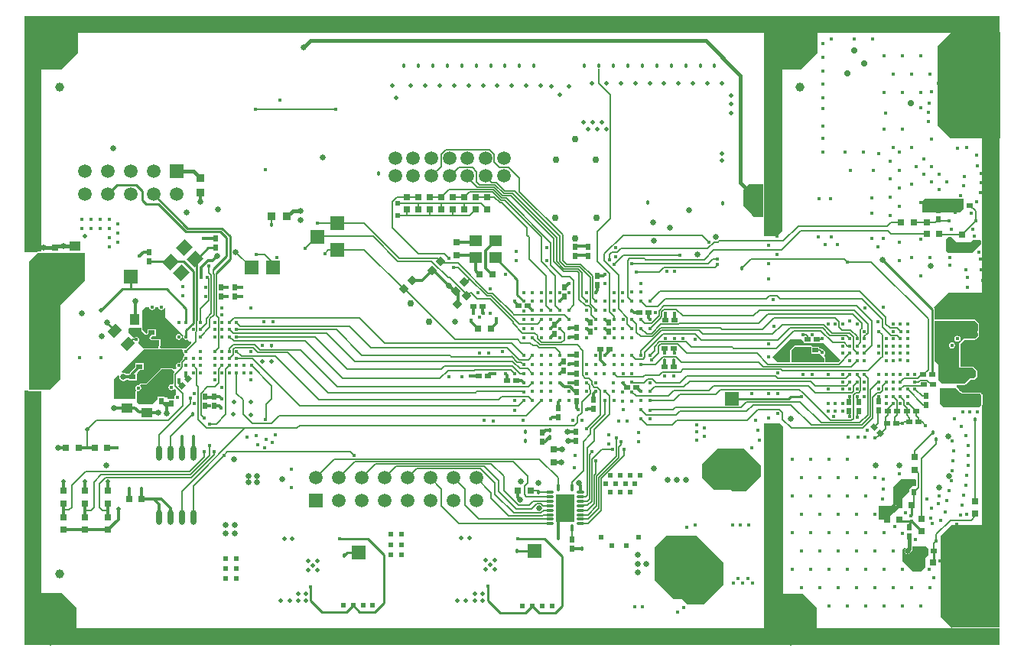
<source format=gbl>
G04 Layer_Physical_Order=6*
G04 Layer_Color=16711680*
%FSAX44Y44*%
%MOMM*%
G71*
G01*
G75*
%ADD11C,0.2032*%
%ADD13C,0.1778*%
%ADD17C,0.1270*%
%ADD18C,1.0000*%
%ADD19R,0.7620X0.7620*%
%ADD25R,1.2700X1.0160*%
%ADD26R,0.7620X0.7620*%
%ADD30R,0.5080X0.6350*%
%ADD32R,0.6350X0.5080*%
%ADD61P,1.0776X4X270.0*%
G04:AMPARAMS|DCode=68|XSize=0.635mm|YSize=0.508mm|CornerRadius=0mm|HoleSize=0mm|Usage=FLASHONLY|Rotation=135.000|XOffset=0mm|YOffset=0mm|HoleType=Round|Shape=Rectangle|*
%AMROTATEDRECTD68*
4,1,4,0.4041,-0.0449,0.0449,-0.4041,-0.4041,0.0449,-0.0449,0.4041,0.4041,-0.0449,0.0*
%
%ADD68ROTATEDRECTD68*%

%ADD81R,1.5000X1.5000*%
%ADD88R,4.8260X2.4130*%
%ADD89C,0.3048*%
%ADD90C,0.2540*%
%ADD91C,0.4572*%
%ADD92C,0.4064*%
%ADD95C,0.1524*%
%ADD96C,0.2794*%
%ADD97C,0.3556*%
%ADD99R,1.5000X1.5000*%
%ADD100C,1.5000*%
%ADD101C,1.8000*%
%ADD102C,0.4001*%
%ADD103C,0.6604*%
%ADD104C,0.5080*%
%ADD105C,0.4572*%
%ADD106C,0.6096*%
%ADD107C,5.7150*%
%ADD108C,0.7112*%
%ADD109C,0.5000*%
%ADD110C,0.4064*%
%ADD111C,0.7620*%
%ADD112C,0.5588*%
%ADD124R,0.9000X0.9500*%
%ADD125R,1.4000X1.2000*%
G04:AMPARAMS|DCode=126|XSize=1.016mm|YSize=1.27mm|CornerRadius=0mm|HoleSize=0mm|Usage=FLASHONLY|Rotation=315.000|XOffset=0mm|YOffset=0mm|HoleType=Round|Shape=Rectangle|*
%AMROTATEDRECTD126*
4,1,4,-0.8082,-0.0898,0.0898,0.8082,0.8082,0.0898,-0.0898,-0.8082,-0.8082,-0.0898,0.0*
%
%ADD126ROTATEDRECTD126*%

%ADD127R,1.0160X1.2700*%
G04:AMPARAMS|DCode=128|XSize=0.635mm|YSize=0.508mm|CornerRadius=0mm|HoleSize=0mm|Usage=FLASHONLY|Rotation=225.000|XOffset=0mm|YOffset=0mm|HoleType=Round|Shape=Rectangle|*
%AMROTATEDRECTD128*
4,1,4,0.0449,0.4041,0.4041,0.0449,-0.0449,-0.4041,-0.4041,-0.0449,0.0449,0.4041,0.0*
%
%ADD128ROTATEDRECTD128*%

G04:AMPARAMS|DCode=129|XSize=1.2mm|YSize=1.4mm|CornerRadius=0mm|HoleSize=0mm|Usage=FLASHONLY|Rotation=135.000|XOffset=0mm|YOffset=0mm|HoleType=Round|Shape=Rectangle|*
%AMROTATEDRECTD129*
4,1,4,0.9192,0.0707,-0.0707,-0.9192,-0.9192,-0.0707,0.0707,0.9192,0.9192,0.0707,0.0*
%
%ADD129ROTATEDRECTD129*%

%ADD130R,0.9500X0.9000*%
%ADD131R,2.0500X3.0500*%
%ADD132O,0.8500X0.3000*%
%ADD133O,0.3000X0.8500*%
%ADD134O,0.6000X1.7000*%
%ADD135C,0.2286*%
%ADD136C,0.1397*%
G36*
X01551000Y01517000D02*
X01547000Y01513000D01*
X01505000D01*
Y01525000D01*
X01508000Y01528000D01*
X01551000D01*
Y01517000D01*
D02*
G37*
G36*
X01328973Y01508148D02*
X01319223D01*
X01316973Y01510398D01*
X01306973Y01520398D01*
Y01526398D01*
Y01537898D01*
X01307223Y01538148D01*
X01313223Y01544148D01*
X01328973D01*
Y01508148D01*
D02*
G37*
G36*
X01543685Y01480097D02*
X01558671D01*
X01559306Y01480732D01*
X01561211Y01482637D01*
X01568958D01*
X01570228Y01481367D01*
Y01477811D01*
X01560576Y01468159D01*
X01533652D01*
X01533271Y01468540D01*
X01531493Y01470318D01*
Y01471969D01*
Y01483399D01*
X01531747Y01483653D01*
X01534160Y01486066D01*
X01537716D01*
X01543685Y01480097D01*
D02*
G37*
G36*
X00659606Y01408176D02*
X00659859Y01406900D01*
X00660582Y01405818D01*
X00661664Y01405096D01*
X00662940Y01404842D01*
X00664216Y01405096D01*
X00665298Y01405818D01*
X00666021Y01406900D01*
X00666160Y01407601D01*
X00667430Y01407476D01*
Y01397090D01*
X00687422Y01377098D01*
X00687100Y01376616D01*
X00686846Y01375340D01*
X00687100Y01374064D01*
X00687822Y01372982D01*
X00688904Y01372259D01*
X00690180Y01372006D01*
X00691456Y01372259D01*
X00691938Y01372582D01*
X00694680Y01369840D01*
X00695771D01*
X00696297Y01368570D01*
X00690365Y01362637D01*
X00690180Y01362674D01*
X00688904Y01362420D01*
X00688783Y01362340D01*
X00687077D01*
X00686783Y01362461D01*
X00686462Y01362684D01*
X00686313Y01362656D01*
X00686172Y01362715D01*
X00662555D01*
X00661163Y01364107D01*
X00661649Y01365280D01*
X00661715D01*
Y01372900D01*
X00652825D01*
X00652825Y01372900D01*
Y01372900D01*
X00651799Y01373471D01*
X00650922Y01374348D01*
X00652855Y01376280D01*
X00656715D01*
Y01383900D01*
X00647825D01*
Y01380040D01*
X00646527Y01378742D01*
X00642180Y01383090D01*
Y01404840D01*
X00645680Y01408340D01*
X00649311D01*
X00649446Y01408176D01*
X00649699Y01406900D01*
X00650422Y01405818D01*
X00651504Y01405096D01*
X00652780Y01404842D01*
X00654056Y01405096D01*
X00655138Y01405818D01*
X00655861Y01406900D01*
X00656114Y01408176D01*
X00656249Y01408340D01*
X00659471D01*
X00659606Y01408176D01*
D02*
G37*
G36*
X01562727Y01393000D02*
X01562941Y01392911D01*
X01562941Y01392911D01*
X01563193Y01392807D01*
X01563387Y01392613D01*
X01563387Y01392613D01*
X01566807Y01389193D01*
X01567000Y01388727D01*
Y01382287D01*
X01566951Y01382169D01*
X01566951Y01382169D01*
X01566951Y01382169D01*
Y01382029D01*
X01566951Y01382029D01*
X01566951Y01382028D01*
X01566951Y01382028D01*
X01566940Y01382012D01*
X01566938Y01382004D01*
X01566904Y01381958D01*
X01566904Y01381958D01*
X01566905Y01381953D01*
X01566903Y01381950D01*
X01566893Y01381902D01*
X01566862Y01381856D01*
X01566848Y01381787D01*
X01566848Y01381786D01*
X01566774Y01381676D01*
X01566774Y01381676D01*
X01566727Y01381606D01*
X01566474Y01380330D01*
X01566727Y01379054D01*
X01566848Y01378873D01*
X01566873Y01378748D01*
X01566951Y01378631D01*
Y01378490D01*
X01567000Y01378372D01*
Y01377273D01*
X01566807Y01376807D01*
X01563427Y01373427D01*
X01563418Y01373427D01*
X01563309Y01373372D01*
X01563225Y01373275D01*
X01563150Y01373260D01*
X01563150Y01373260D01*
X01563071Y01373143D01*
X01562897Y01373071D01*
X01562897Y01373071D01*
X01562750Y01373010D01*
X01562481Y01373029D01*
X01562394Y01373000D01*
X01551570D01*
X01551570Y01373000D01*
X01551569Y01373000D01*
X01551000D01*
X01546545Y01368545D01*
X01546545Y01368545D01*
X01546545Y01368545D01*
X01546403Y01368403D01*
X01546403Y01368403D01*
X01546000Y01368000D01*
Y01367431D01*
X01546000Y01367431D01*
X01546000Y01367431D01*
Y01342375D01*
Y01341000D01*
X01561000D01*
X01565000Y01337000D01*
Y01332000D01*
X01562000Y01329000D01*
X01558000D01*
X01552426Y01323426D01*
X01552199Y01323423D01*
X01552052Y01323360D01*
X01547170D01*
Y01323113D01*
X01546897Y01323000D01*
X01527000D01*
X01523000Y01327000D01*
Y01341000D01*
Y01344150D01*
X01518740Y01348410D01*
Y01393000D01*
X01562716D01*
X01562727D01*
D02*
G37*
G36*
X01591223Y01712648D02*
X01591383D01*
Y01595374D01*
X01591223D01*
Y01164148D01*
X01590929D01*
Y01053123D01*
X01538097D01*
X01537843Y01052869D01*
X01525397Y01065315D01*
Y01119925D01*
Y01154215D01*
X01530350Y01159168D01*
X01537970Y01166788D01*
X01571723D01*
Y01299203D01*
X01571764Y01299315D01*
X01571817Y01299442D01*
X01571814Y01299450D01*
X01571918Y01299730D01*
X01571917Y01299752D01*
X01571917Y01299752D01*
X01572012Y01300011D01*
X01572003Y01300259D01*
X01572097Y01300487D01*
Y01310831D01*
Y01310831D01*
Y01310831D01*
X01572011Y01311040D01*
X01572027Y01311265D01*
X01572027Y01311265D01*
D01*
X01571856Y01311462D01*
X01571779Y01311711D01*
X01570991Y01312655D01*
X01570921Y01312692D01*
X01570915Y01312714D01*
X01570884Y01312731D01*
X01570851Y01312800D01*
X01570748Y01312892D01*
X01570506Y01312976D01*
X01570430Y01313073D01*
X01570262Y01313167D01*
X01570069Y01313191D01*
X01569999Y01313230D01*
X01569921Y01313240D01*
X01569920Y01313240D01*
X01569920Y01313240D01*
X01569848Y01313270D01*
X01569767D01*
X01569587Y01313345D01*
X01569394D01*
X01569322Y01313375D01*
X01549570D01*
X01549570Y01313374D01*
X01549158Y01313786D01*
X01549158Y01313786D01*
X01549064Y01313880D01*
X01549064Y01313880D01*
X01549064Y01313881D01*
X01549052Y01313892D01*
X01549052Y01313892D01*
X01549042Y01313902D01*
X01549028Y01313908D01*
X01548997Y01313939D01*
X01548963Y01313954D01*
X01548947Y01313988D01*
X01548946Y01313989D01*
X01548802Y01314042D01*
X01548801Y01314043D01*
X01548793Y01314051D01*
X01548780Y01314055D01*
X01548751Y01314085D01*
X01548695Y01314149D01*
X01548146Y01314645D01*
X01548142Y01314654D01*
X01548141Y01314655D01*
X01548141Y01314656D01*
X01548073Y01314723D01*
X01548049Y01314782D01*
X01548042Y01314789D01*
X01548040Y01314790D01*
X01548040Y01314800D01*
X01548035Y01314809D01*
X01547993Y01314845D01*
X01547968Y01314906D01*
X01547894Y01314980D01*
X01547844Y01315100D01*
X01547827Y01315117D01*
X01547793Y01315131D01*
X01547779Y01315165D01*
X01545972Y01316972D01*
X01545972Y01316972D01*
X01544205Y01318739D01*
X01544205Y01318739D01*
X01544205Y01318739D01*
X01544205Y01318739D01*
X01544203Y01318741D01*
X01544203Y01318741D01*
X01544165Y01318779D01*
X01544122Y01318796D01*
X01544122Y01318797D01*
X01544122Y01318797D01*
X01544070Y01318818D01*
X01543916Y01318972D01*
X01543916Y01318972D01*
X01543774Y01319031D01*
X01543773Y01319032D01*
X01543773Y01319032D01*
X01543771Y01319032D01*
X01543758Y01319037D01*
X01543719Y01319077D01*
X01543676Y01319094D01*
X01543676Y01319095D01*
X01543676Y01319095D01*
X01543624Y01319155D01*
Y01321625D01*
X01546897D01*
X01547149Y01321730D01*
X01547423D01*
X01547696Y01321843D01*
X01547838Y01321985D01*
X01552052D01*
X01552204Y01322048D01*
X01552443Y01322052D01*
X01552547Y01322096D01*
X01552593Y01322097D01*
X01552728Y01322154D01*
X01552769Y01322155D01*
X01552784Y01322161D01*
X01552790Y01322167D01*
X01552798Y01322167D01*
X01552870Y01322198D01*
X01552871Y01322198D01*
X01552874D01*
X01553079Y01322283D01*
X01553145Y01322349D01*
X01553398Y01322454D01*
X01558569Y01327625D01*
X01562000D01*
X01562000Y01327625D01*
X01562972Y01328028D01*
X01562972Y01328028D01*
X01565972Y01331028D01*
X01566375Y01332000D01*
X01566375Y01332000D01*
Y01337000D01*
X01566375Y01337000D01*
X01565972Y01337972D01*
X01565972Y01337972D01*
X01561972Y01341972D01*
X01561000Y01342375D01*
X01561000Y01342375D01*
X01547375D01*
Y01367431D01*
X01547375Y01367431D01*
X01547375Y01367431D01*
X01547375Y01367431D01*
X01547517Y01367573D01*
X01547517Y01367573D01*
X01547517Y01367573D01*
X01551570Y01371625D01*
X01551570Y01371625D01*
X01562394D01*
X01562459Y01371652D01*
X01562652Y01371638D01*
X01562825Y01371696D01*
X01562829Y01371696D01*
X01562867Y01371709D01*
X01562897Y01371696D01*
X01563002Y01371740D01*
X01563276Y01371740D01*
X01563423Y01371801D01*
X01563423Y01371801D01*
X01563598Y01371873D01*
X01563791Y01372066D01*
X01563869Y01372099D01*
X01563869Y01372099D01*
X01563873Y01372109D01*
X01563913Y01372117D01*
X01563913Y01372117D01*
X01563933Y01372147D01*
X01564033Y01372197D01*
X01564128Y01372307D01*
X01564263Y01372374D01*
X01564296Y01372413D01*
X01564399Y01372455D01*
X01567779Y01375835D01*
X01567883Y01376087D01*
X01568077Y01376281D01*
X01568270Y01376747D01*
Y01377021D01*
X01568375Y01377273D01*
Y01378372D01*
X01568326Y01378490D01*
Y01378631D01*
X01568270Y01378766D01*
Y01378898D01*
X01568221Y01379016D01*
X01568221Y01379016D01*
Y01379016D01*
X01568196Y01379141D01*
X01568123Y01379251D01*
X01568094Y01379394D01*
X01568047Y01379465D01*
X01567875Y01380330D01*
X01568049Y01381206D01*
X01568054Y01381229D01*
X01568083Y01381248D01*
X01568094Y01381264D01*
X01568117Y01381380D01*
X01568203Y01381460D01*
X01568206Y01381569D01*
X01568210Y01381587D01*
X01568210Y01381587D01*
X01568238Y01381624D01*
X01568238Y01381624D01*
X01568237Y01381628D01*
X01568241Y01381634D01*
X01568251Y01381682D01*
X01568251Y01381684D01*
X01568287Y01381738D01*
X01568288Y01381742D01*
X01568299Y01381759D01*
Y01381759D01*
X01568299Y01381759D01*
X01568284Y01381835D01*
X01568285Y01381836D01*
X01568285Y01381836D01*
X01568275Y01381905D01*
X01568326Y01382029D01*
Y01382169D01*
X01568375Y01382287D01*
Y01388727D01*
X01568270Y01388979D01*
Y01389253D01*
X01568077Y01389719D01*
X01567883Y01389913D01*
X01567779Y01390165D01*
X01564359Y01393585D01*
X01564359Y01393585D01*
X01564165Y01393779D01*
X01563913Y01393883D01*
X01563719Y01394077D01*
X01563467Y01394181D01*
X01563467Y01394181D01*
X01563253Y01394270D01*
X01562979D01*
X01562941Y01394286D01*
X01562941D01*
X01562727Y01394375D01*
X01518740D01*
Y01405850D01*
X01518543Y01406841D01*
X01517981Y01407681D01*
X01534300Y01424000D01*
X01571723D01*
Y01595374D01*
X01535811D01*
X01521924Y01609261D01*
X01521924Y01697057D01*
X01536765Y01711898D01*
X01389721D01*
Y01690398D01*
X01370722Y01671399D01*
X01350723Y01671398D01*
Y01492398D01*
X01344973Y01486648D01*
X01330223Y01486648D01*
Y01507847D01*
X01330347Y01508148D01*
Y01544148D01*
X01330223Y01544449D01*
X01330223Y01711898D01*
X00570723D01*
Y01690398D01*
X00561223Y01680898D01*
X00551723Y01671398D01*
X00529973Y01671398D01*
X00529973Y01469749D01*
X00526815D01*
X00526563Y01469644D01*
X00526289D01*
X00525823Y01469451D01*
X00525629Y01469257D01*
X00525377Y01469153D01*
X00525372Y01469148D01*
X00511313D01*
Y01730808D01*
X01591223D01*
X01591223Y01712648D01*
D02*
G37*
G36*
X00640805Y01383090D02*
X00640805Y01383090D01*
X00641208Y01382118D01*
X00641208Y01382118D01*
X00645555Y01377770D01*
X00646527Y01377368D01*
X00647499Y01377770D01*
X00648797Y01379068D01*
X00649200Y01380040D01*
X00649200Y01380040D01*
Y01382525D01*
X00655340D01*
Y01377655D01*
X00652855D01*
X00651883Y01377252D01*
X00651883Y01377252D01*
X00649950Y01375320D01*
X00649631Y01374549D01*
X00649548Y01374348D01*
X00649950Y01373375D01*
X00649950Y01373375D01*
X00650827Y01372499D01*
X00651008Y01372424D01*
X00651130Y01372270D01*
X00652157Y01371699D01*
X00652503Y01371659D01*
X00652825Y01371525D01*
X00652825Y01371525D01*
X00660340D01*
Y01365712D01*
X00659893Y01364633D01*
Y01364359D01*
X00659789Y01364107D01*
X00659839Y01363985D01*
X00659583Y01363286D01*
X00658982Y01362715D01*
X00643680D01*
X00643680Y01362715D01*
X00643415Y01362605D01*
X00637596Y01368424D01*
X00637721Y01369688D01*
X00637788Y01369732D01*
X00638511Y01370814D01*
X00638764Y01372090D01*
X00638511Y01373366D01*
X00637788Y01374448D01*
X00636706Y01375170D01*
X00635430Y01375424D01*
X00634154Y01375170D01*
X00633072Y01374448D01*
X00633054Y01374421D01*
X00631599D01*
X00626180Y01379840D01*
Y01384090D01*
X00627430Y01385340D01*
X00640805D01*
Y01383090D01*
D02*
G37*
G36*
X01364300Y01364168D02*
X01382520D01*
Y01356548D01*
X01391411D01*
Y01356870D01*
X01391858Y01356422D01*
X01392521Y01355430D01*
X01393512Y01354768D01*
X01396492Y01351788D01*
X01396627Y01351653D01*
Y01347234D01*
X01360678Y01347470D01*
Y01360678D01*
X01364234Y01364234D01*
X01364300Y01364168D01*
D02*
G37*
G36*
X01374012Y01370085D02*
Y01368359D01*
X01382901D01*
Y01368648D01*
X01384171D01*
Y01368359D01*
X01393062D01*
Y01368648D01*
X01395562D01*
X01414748Y01349462D01*
X01412070Y01346784D01*
X01397815D01*
X01398001Y01347225D01*
X01397999Y01347229D01*
X01398001Y01347234D01*
Y01351653D01*
X01398001Y01351653D01*
X01397717Y01352341D01*
X01397599Y01352625D01*
X01397599Y01352625D01*
X01397464Y01352760D01*
X01397464Y01352760D01*
X01396627Y01353598D01*
Y01355023D01*
X01397236Y01355430D01*
X01397959Y01356512D01*
X01398213Y01357788D01*
X01397959Y01359064D01*
X01397236Y01360146D01*
X01396154Y01360869D01*
X01394879Y01361122D01*
X01394847Y01361116D01*
X01393957Y01362006D01*
X01393201Y01362511D01*
X01392309Y01362689D01*
X01391411D01*
Y01364168D01*
X01383895D01*
X01383493Y01365140D01*
X01382520Y01365543D01*
X01364393D01*
X01364234Y01365609D01*
X01363262Y01365206D01*
X01359706Y01361650D01*
X01359303Y01360678D01*
X01359303Y01360678D01*
Y01347470D01*
X01345415D01*
X01339850Y01353035D01*
X01358983Y01372169D01*
X01371928Y01372169D01*
X01374012Y01370085D01*
D02*
G37*
G36*
X00686991Y01360070D02*
X00686846Y01359340D01*
X00687100Y01358064D01*
X00687822Y01356982D01*
X00688180Y01356743D01*
Y01353937D01*
X00687822Y01353698D01*
X00687100Y01352616D01*
X00686846Y01351340D01*
X00686943Y01350850D01*
X00684712Y01348619D01*
X00684291Y01347988D01*
X00684186Y01347460D01*
X00683965Y01347146D01*
X00682873Y01346536D01*
X00682180Y01346674D01*
X00680904Y01346420D01*
X00679822Y01345698D01*
X00679100Y01344616D01*
X00678846Y01343340D01*
X00679100Y01342064D01*
X00679822Y01340982D01*
X00678180Y01339340D01*
X00676624D01*
X00675652Y01340312D01*
X00674680Y01340715D01*
X00674680Y01340715D01*
X00662930D01*
X00661958Y01340312D01*
X00661781Y01339885D01*
X00645611Y01323715D01*
X00639990D01*
X00639678Y01323585D01*
X00639342Y01323552D01*
X00639210Y01323392D01*
X00639018Y01323312D01*
X00638889Y01323000D01*
X00638675Y01322739D01*
X00638371Y01321737D01*
X00637430Y01321924D01*
X00636154Y01321671D01*
X00635072Y01320948D01*
X00634350Y01319866D01*
X00634096Y01318590D01*
X00634350Y01317314D01*
X00634825Y01316602D01*
X00634708Y01315387D01*
X00634543Y01314989D01*
X00634321Y01314621D01*
X00634347Y01314515D01*
X00634305Y01314415D01*
Y01306590D01*
X00610680D01*
Y01328340D01*
X00615102Y01332761D01*
X00615436Y01332731D01*
X00616459Y01331364D01*
X00616378Y01330960D01*
X00616733Y01329176D01*
X00617744Y01327664D01*
X00619256Y01326653D01*
X00621040Y01326298D01*
X00622824Y01326653D01*
X00624336Y01327664D01*
X00624462Y01327852D01*
X00626745D01*
Y01327150D01*
X00635635D01*
Y01334770D01*
X00635635Y01334770D01*
X00635635D01*
X00636457Y01335642D01*
X00639395Y01338580D01*
X00643255D01*
Y01346200D01*
X00634365D01*
Y01342340D01*
X00628993Y01336967D01*
X00628319Y01335959D01*
X00628082Y01334770D01*
X00626745D01*
Y01334068D01*
X00624462D01*
X00624336Y01334256D01*
X00622824Y01335267D01*
X00621040Y01335622D01*
X00620636Y01335541D01*
X00619269Y01336564D01*
X00619239Y01336898D01*
X00622680Y01340340D01*
X00643680Y01361340D01*
X00686172D01*
X00686991Y01360070D01*
D02*
G37*
G36*
X00677893Y01336127D02*
X00676806Y01335040D01*
X00676385Y01334409D01*
X00676238Y01333666D01*
Y01323309D01*
X00674967Y01322518D01*
X00674180Y01322674D01*
X00672904Y01322421D01*
X00671822Y01321698D01*
X00671099Y01320616D01*
X00670846Y01319340D01*
X00671099Y01318064D01*
X00671822Y01316982D01*
X00672904Y01316259D01*
X00674180Y01316006D01*
X00675456Y01316259D01*
X00676538Y01316982D01*
X00677911Y01317057D01*
X00678680Y01316372D01*
Y01310650D01*
X00678392Y01310458D01*
X00677670Y01309376D01*
X00677416Y01308100D01*
X00677542Y01307465D01*
X00676679Y01306195D01*
X00670560D01*
X00669593Y01306927D01*
X00669430Y01307090D01*
Y01308340D01*
X00666750D01*
Y01308735D01*
X00659130D01*
Y01306290D01*
X00653430Y01300590D01*
X00637930D01*
X00635680Y01302840D01*
Y01314415D01*
X00636950Y01315351D01*
X00637430Y01315256D01*
X00638706Y01315509D01*
X00639788Y01316232D01*
X00640510Y01317314D01*
X00640764Y01318590D01*
X00640510Y01319866D01*
X00639788Y01320948D01*
X00639605Y01321070D01*
X00639990Y01322340D01*
X00646180D01*
X00662930Y01339090D01*
Y01339340D01*
X00674680D01*
X00677893Y01336127D01*
D02*
G37*
G36*
X00578612Y01437386D02*
X00550926Y01409700D01*
Y01408938D01*
Y01327404D01*
X00539750Y01316228D01*
X00516909Y01316228D01*
X00516716Y01316308D01*
X00516668Y01316424D01*
X00516636Y01316456D01*
X00516636Y01457452D01*
Y01458468D01*
X00526344Y01468176D01*
D01*
D01*
X00526349Y01468181D01*
X00526815Y01468374D01*
X00578612D01*
Y01437386D01*
D02*
G37*
G36*
X01542944Y01318000D02*
X01543098Y01317846D01*
X01543150Y01317825D01*
X01543150Y01317825D01*
X01543193Y01317807D01*
X01543231Y01317769D01*
X01543231Y01317769D01*
X01543233Y01317767D01*
X01543233Y01317767D01*
X01543233Y01317767D01*
X01543233Y01317767D01*
X01545000Y01316000D01*
X01545000Y01316000D01*
X01546807Y01314193D01*
X01546807Y01314192D01*
X01546811Y01314183D01*
X01546855Y01314145D01*
X01546872Y01314128D01*
X01546876Y01314119D01*
Y01314119D01*
X01546876Y01314117D01*
X01546876Y01314117D01*
X01546898Y01314066D01*
Y01314065D01*
X01546921Y01314009D01*
X01546996Y01313934D01*
X01547035Y01313857D01*
X01547062Y01313833D01*
X01547068Y01313819D01*
X01547075Y01313812D01*
X01547075Y01313812D01*
X01547100Y01313753D01*
X01547169Y01313683D01*
X01547170Y01313681D01*
Y01313200D01*
X01547688D01*
X01547743Y01313149D01*
X01547852Y01313040D01*
X01547861D01*
X01547870Y01313032D01*
X01548013Y01312980D01*
X01548014Y01312979D01*
X01548054Y01312938D01*
X01548069Y01312931D01*
X01548080Y01312920D01*
X01548080Y01312920D01*
X01548091Y01312909D01*
X01548091Y01312908D01*
X01548185Y01312814D01*
X01548186Y01312814D01*
X01549000Y01312000D01*
X01549569D01*
X01549570Y01312000D01*
X01549570Y01312000D01*
X01569322D01*
X01569394Y01311970D01*
X01569587D01*
X01569755Y01311875D01*
X01569833Y01311866D01*
X01569935Y01311774D01*
X01570723Y01310831D01*
X01570723Y01310831D01*
X01570723Y01310831D01*
Y01300487D01*
X01570627Y01300228D01*
X01570628Y01300206D01*
X01570433Y01299679D01*
X01570443Y01299442D01*
X01568000Y01297000D01*
X01529000D01*
X01525000Y01301000D01*
Y01318000D01*
X01542944D01*
X01542944Y01318000D01*
D02*
G37*
G36*
X01326896Y01232408D02*
Y01220978D01*
X01316228Y01210310D01*
X01310132Y01204214D01*
X01295820D01*
X01294848Y01205186D01*
X01293876Y01205589D01*
X01293876Y01205589D01*
X01275141D01*
X01265130Y01215600D01*
X01265130Y01215600D01*
X01261469Y01219261D01*
Y01233932D01*
X01261469Y01233932D01*
X01261243Y01234477D01*
X01278478Y01251712D01*
X01307592D01*
X01326896Y01232408D01*
D02*
G37*
G36*
X01498473Y01216699D02*
Y01214286D01*
X01490726Y01206539D01*
Y01203110D01*
X01483614Y01195998D01*
Y01188788D01*
X01483474Y01188704D01*
X01482054Y01189334D01*
X01482044Y01189381D01*
X01481483Y01190221D01*
X01480643Y01190782D01*
X01479652Y01190980D01*
X01478660Y01190782D01*
X01477820Y01190221D01*
X01475925Y01188326D01*
X01478746Y01188374D01*
X01479652Y01187484D01*
Y01185901D01*
X01466012Y01172261D01*
X01457261D01*
Y01187739D01*
X01457369Y01188006D01*
X01470514Y01188233D01*
X01473073Y01190791D01*
Y01201967D01*
Y01209206D01*
X01481836Y01217969D01*
X01497203D01*
X01498473Y01216699D01*
D02*
G37*
G36*
X01512062Y01140118D02*
Y01133641D01*
X01509014Y01130593D01*
Y01119925D01*
X01504442Y01115353D01*
X01495552D01*
X01483741Y01127164D01*
Y01139483D01*
X01485617Y01141359D01*
X01486995Y01140941D01*
X01487026Y01140787D01*
X01486619Y01140381D01*
X01485890Y01139288D01*
X01485633Y01138000D01*
X01485890Y01136712D01*
X01486619Y01135619D01*
X01487712Y01134890D01*
X01489000Y01134633D01*
X01490288Y01134890D01*
X01491381Y01135619D01*
X01493615Y01137853D01*
X01494344Y01138945D01*
X01494601Y01140234D01*
Y01143039D01*
X01509141D01*
X01512062Y01140118D01*
D02*
G37*
G36*
X01275344Y01135166D02*
X01275270Y01134986D01*
X01275270D01*
X01285176Y01125080D01*
Y01104252D01*
Y01100696D01*
X01262824Y01078344D01*
X01245552D01*
X01238948Y01084948D01*
X01229804D01*
X01209230Y01105522D01*
Y01142098D01*
X01222438Y01155306D01*
X01255204D01*
X01275344Y01135166D01*
D02*
G37*
G36*
X00515446Y01315782D02*
X00515607Y01315621D01*
X00515664Y01315484D01*
X00515696Y01315452D01*
X00515832Y01315396D01*
X00515913Y01315315D01*
X00515937Y01315256D01*
X00515997Y01315231D01*
X00516190Y01315038D01*
X00516190D01*
X00516190Y01315038D01*
X00516383Y01314958D01*
X00516657D01*
X00516909Y01314853D01*
X00529973Y01314853D01*
X00529973Y01091648D01*
X00552723Y01091648D01*
X00561098Y01083273D01*
X00569223Y01075148D01*
Y01052399D01*
X01330473Y01052398D01*
X01330473Y01279648D01*
X01347473D01*
X01351223Y01275898D01*
Y01272148D01*
Y01090898D01*
X01373223Y01090898D01*
X01388723Y01075398D01*
X01388723Y01052398D01*
X01591223Y01052398D01*
Y01033488D01*
X00511313D01*
Y01315898D01*
X00514224D01*
X00515446Y01315782D01*
D02*
G37*
%LPC*%
G36*
X00682180Y01378674D02*
X00680904Y01378420D01*
X00679822Y01377698D01*
X00679100Y01376616D01*
X00678846Y01375340D01*
X00679100Y01374064D01*
X00679822Y01372982D01*
X00680904Y01372259D01*
X00682180Y01372006D01*
X00683456Y01372259D01*
X00684538Y01372982D01*
X00685260Y01374064D01*
X00685514Y01375340D01*
X00685260Y01376616D01*
X00684538Y01377698D01*
X00683456Y01378420D01*
X00682180Y01378674D01*
D02*
G37*
G36*
X01544223Y01376482D02*
X01542947Y01376229D01*
X01541865Y01375506D01*
X01541142Y01374424D01*
X01540889Y01373148D01*
X01541142Y01371872D01*
X01541865Y01370790D01*
X01542947Y01370068D01*
X01544223Y01369814D01*
X01545499Y01370068D01*
X01546581Y01370790D01*
X01547303Y01371872D01*
X01547557Y01373148D01*
X01547303Y01374424D01*
X01546581Y01375506D01*
X01545499Y01376229D01*
X01544223Y01376482D01*
D02*
G37*
G36*
X01538224Y01369092D02*
X01536948Y01368839D01*
X01535866Y01368116D01*
X01535143Y01367034D01*
X01534890Y01365758D01*
X01535143Y01364482D01*
X01535866Y01363400D01*
X01536948Y01362677D01*
X01538224Y01362424D01*
X01539500Y01362677D01*
X01540582Y01363400D01*
X01541304Y01364482D01*
X01541558Y01365758D01*
X01541304Y01367034D01*
X01540582Y01368116D01*
X01539500Y01368839D01*
X01538224Y01369092D01*
D02*
G37*
%LPD*%
D11*
X01464218Y01273001D02*
G03*
X01464556Y01273818I-00000820J00000816D01*
G01*
X01464217Y01273000D02*
G03*
X01464218Y01273001I-00000818J00000818D01*
G01*
X01452500Y01263250D02*
G03*
X01455858Y01264641I00000000J00004749D01*
G01*
X01280271Y01481398D02*
X01351517D01*
X01278965Y01480092D02*
X01280271Y01481398D01*
X01274904Y01480092D02*
X01278965D01*
X01267797Y01472985D02*
X01274904Y01480092D01*
X01351517Y01481398D02*
X01367869Y01497750D01*
X01496695Y01242099D02*
Y01248576D01*
Y01228129D02*
X01500886Y01223938D01*
Y01207936D02*
Y01223938D01*
X01504188Y01173900D02*
Y01176186D01*
X01504950Y01176948D01*
Y01240321D01*
X01493622Y01188390D02*
X01495806Y01190574D01*
Y01202856D01*
X01500886Y01207936D01*
X01183894Y01456055D02*
X01184187Y01456348D01*
X01268476D01*
X01273608Y01461480D01*
X01278730D01*
X01563878Y01176694D02*
Y01179107D01*
X01559306Y01172122D02*
X01563878Y01176694D01*
X01536573Y01172122D02*
X01559306D01*
X01520692Y01156242D02*
X01536573Y01172122D01*
X01520692Y01149121D02*
Y01156242D01*
X01349756Y01471461D02*
X01370711Y01492416D01*
X01274318Y01471461D02*
X01349756D01*
X01263777Y01460920D02*
X01274318Y01471461D01*
X01171956Y01472985D02*
X01267797D01*
X01198705Y01460920D02*
X01263777D01*
X01158900Y01460900D02*
Y01466533D01*
X01161288Y01468921D01*
X01167892D01*
X01171956Y01472985D01*
X01370711Y01492416D02*
X01466977D01*
X01470279Y01489114D02*
X01510411D01*
X01466977Y01492416D02*
X01470279Y01489114D01*
X01367869Y01497750D02*
X01466850D01*
X01470787Y01501687D01*
X01482090D01*
X01524635Y01488860D02*
X01549287D01*
X01496060Y01501687D02*
X01496822Y01502449D01*
X01510538D01*
X01519874D01*
X01522832Y01505407D01*
X01050759Y01530604D02*
X01097300Y01484063D01*
X01017143Y01523150D02*
X01024001Y01516292D01*
X00998855Y01523150D02*
X01017143D01*
X00935101Y01509561D02*
X00959993D01*
X00924433D02*
X00935101D01*
X00935101Y01509561D01*
Y01516292D01*
X00924306Y01509688D02*
X00924433Y01509561D01*
X00972820Y01523150D02*
X00998855D01*
X00998601Y01522896D02*
X00998855Y01523150D01*
X00998601Y01516292D02*
Y01522896D01*
X00947547Y01523150D02*
X00972820D01*
X00973201Y01522769D01*
Y01516292D02*
Y01522769D01*
X00924306Y01523150D02*
X00947547D01*
X00947801Y01522896D01*
Y01516292D02*
Y01522896D01*
X00959993Y01509561D02*
X00986282D01*
X00959993D02*
X00960501Y01510069D01*
Y01516292D01*
X00986282Y01509561D02*
X01004570D01*
X00985901Y01509942D02*
X00986282Y01509561D01*
X00985901Y01509942D02*
Y01516292D01*
X01004570Y01509561D02*
X01011301Y01516292D01*
X01504966Y01309433D02*
X01509806D01*
X01464556Y01273818D02*
Y01286343D01*
X01464217Y01273000D02*
X01464218Y01273001D01*
X01459682Y01268465D02*
X01464217Y01273000D01*
X01459174Y01267957D02*
X01459682Y01268465D01*
X01455858Y01264641D02*
X01459174Y01267957D01*
X01457216Y01303608D02*
Y01309183D01*
X01457070Y01303462D02*
X01457216Y01303608D01*
X01557970Y01521000D02*
X01564427Y01514543D01*
Y01504000D02*
Y01514543D01*
X01522832Y01505407D02*
X01524239Y01504000D01*
X01535059D01*
X01518000Y01138000D02*
Y01146429D01*
X01520692Y01149121D01*
X01498376Y01288023D02*
Y01292683D01*
Y01288023D02*
X01501376Y01285023D01*
X01510838Y01327009D02*
X01515664Y01322183D01*
X01502594Y01327009D02*
X01510838D01*
X01501376Y01280933D02*
X01505067D01*
X01509000Y01277000D01*
X01459682Y01268465D02*
X01459748D01*
X01452498Y01275649D02*
X01456555Y01279706D01*
Y01292787D01*
X01457070Y01293302D01*
X01424216Y01292773D02*
X01425216Y01291773D01*
X01433216Y01292273D02*
X01433716Y01292773D01*
X01424216Y01302933D02*
X01425216Y01303933D01*
Y01309183D01*
X01433216Y01303433D02*
X01433716Y01302933D01*
X01500768Y01325183D02*
X01502594Y01327009D01*
X01515664Y01322183D02*
X01516876D01*
X01501376Y01280933D02*
Y01285023D01*
X01467306Y01289093D02*
Y01292683D01*
X01464556Y01286343D02*
X01467306Y01289093D01*
X01489876Y01301183D02*
X01498376Y01292683D01*
X01467306Y01295273D02*
X01473216Y01301183D01*
X01467306Y01292683D02*
Y01295273D01*
X00631430Y01372090D02*
X00635430D01*
X00627108Y01367768D02*
X00631430Y01372090D01*
X00626002Y01367768D02*
X00627108D01*
X01388616Y01372169D02*
X01393753D01*
X01378076Y01372550D02*
X01378457Y01372169D01*
X01378076Y01372550D02*
Y01375979D01*
X01376587Y01377468D02*
X01378076Y01375979D01*
X01373468Y01377468D02*
X01376587D01*
X01386965Y01360358D02*
X01392309D01*
X01394879Y01357788D01*
X01378457Y01372169D02*
X01378584Y01372042D01*
X01365262Y01360358D02*
X01376806D01*
X01365191Y01360288D02*
X01365262Y01360358D01*
X01401443Y01350071D02*
X01408328D01*
X01365592Y01350833D02*
X01379854D01*
X01365547Y01350788D02*
X01365592Y01350833D01*
X01107206Y01462050D02*
Y01488166D01*
X01103904Y01461946D02*
Y01486799D01*
X01100602Y01462050D02*
Y01485431D01*
X01097300Y01462050D02*
Y01484063D01*
X01053475Y01532558D02*
X01100602Y01485431D01*
X01057270Y01533432D02*
X01103904Y01486799D01*
X01059160Y01536212D02*
X01107206Y01488166D01*
X01376806Y01353881D02*
X01379854Y01350833D01*
X01376806Y01353881D02*
Y01360358D01*
X01379854Y01350833D02*
X01380616Y01350071D01*
X01391284D01*
X01489216Y01301183D02*
X01489876D01*
X01424940Y01286676D02*
Y01291497D01*
X01433375Y01286493D02*
Y01292114D01*
X01424940Y01291497D02*
X01425216Y01291773D01*
X01433216Y01292273D02*
X01433375Y01292114D01*
X01408328Y01350071D02*
X01408985Y01349414D01*
X01409192D01*
X01433216Y01303433D02*
Y01309183D01*
X01393753Y01372169D02*
X01394879Y01373295D01*
X01497216Y01317183D02*
X01504966Y01309433D01*
X01497216Y01325183D02*
X01500768D01*
X01549287Y01488860D02*
X01564427Y01504000D01*
X01163900Y01455350D02*
X01174122Y01465571D01*
X01236810D01*
X01188847Y01447165D02*
X01214335D01*
X01219454Y01452284D01*
X01276284D01*
X01278750Y01454750D01*
X01504950Y01240321D02*
X01520973Y01256344D01*
Y01261398D01*
X01564005Y01193204D02*
Y01284005D01*
X00785223Y01499398D02*
Y01508648D01*
D13*
X00835450Y01486450D02*
X00897390D01*
X00835350Y01486350D02*
X00835450Y01486450D01*
X00897390D02*
X00924589Y01459250D01*
X01474716Y01279282D02*
Y01285933D01*
X01001128Y01419928D02*
Y01422313D01*
Y01419928D02*
X01005200Y01424000D01*
X00857500Y01500950D02*
X00887200D01*
X00932028Y01428122D02*
X00985450Y01374700D01*
X00930922Y01428122D02*
X00932028D01*
X01012280Y01417320D02*
X01026922D01*
X01005600Y01424000D02*
X01012280Y01417320D01*
X01023328Y01420622D02*
X01028192D01*
X01004200Y01439750D02*
X01023328Y01420622D01*
X01024591Y01423670D02*
X01029454D01*
X00991311Y01456950D02*
X01024591Y01423670D01*
X01028192Y01420622D02*
X01050544Y01398270D01*
X00925852Y01462298D02*
X00968809D01*
X00972228Y01458878D01*
X01489216Y01317183D02*
X01506466Y01299933D01*
X01509716D01*
X01488216Y01288433D02*
Y01292683D01*
Y01288433D02*
X01491216Y01285433D01*
Y01280933D02*
Y01285433D01*
X01477466Y01288683D02*
Y01292683D01*
X01474716Y01285933D02*
X01477466Y01288683D01*
X00982441Y01441000D02*
X01001128Y01422313D01*
X00972228Y01458878D02*
X00974157Y01456950D01*
X01005200Y01424000D02*
X01005600D01*
X00999878Y01435428D02*
X01004200Y01439750D01*
X00999328Y01435428D02*
X00999878D01*
X00766739Y01627338D02*
X00855739D01*
X00974157Y01456950D02*
X00991311D01*
X00980057Y01441000D02*
X00982441D01*
X00961807Y01459250D02*
X00980057Y01441000D01*
X00924589Y01459250D02*
X00961807D01*
X00986100Y01452150D02*
X00991800D01*
X01004200Y01439750D01*
X00857500Y01471450D02*
X00887593D01*
X00930922Y01428122D01*
X00887200Y01500950D02*
X00925852Y01462298D01*
X01481216Y01309183D02*
X01485216Y01305183D01*
X01473216Y01309183D02*
X01477279Y01305120D01*
X01026922Y01417320D02*
X01052493Y01391749D01*
X01029454Y01423670D02*
X01052010Y01401114D01*
X01481216Y01317183D02*
X01485279Y01321246D01*
X00690180Y01359340D02*
X00701040Y01370200D01*
Y01380318D01*
X00702117Y01381395D01*
X00702180Y01381458D01*
X01474716Y01279282D02*
X01483786D01*
X01485437Y01280933D01*
X01491216D01*
X00847689Y01471450D02*
X00857500D01*
X00843744Y01467506D02*
X00847689Y01471450D01*
D17*
X01011748Y01314550D02*
X01063900D01*
X01238654Y01347128D02*
X01324102D01*
X01232565Y01353217D02*
X01238654Y01347128D01*
X01193800Y01344588D02*
X01209652D01*
X01350723Y01283931D02*
Y01291148D01*
X01346973Y01294898D02*
X01350723Y01291148D01*
X01323180Y01294898D02*
X01346973D01*
X01311148Y01282866D02*
X01323180Y01294898D01*
X01350723Y01283931D02*
X01360678Y01273976D01*
X01350105Y01388530D02*
X01396346D01*
X01339691Y01378116D02*
X01350105Y01388530D01*
X01262634Y01378116D02*
X01339691D01*
X01344223Y01421148D02*
X01347631Y01417740D01*
X01336473Y01421148D02*
X01344223D01*
X01333065Y01417740D02*
X01336473Y01421148D01*
X01347631Y01417740D02*
X01438148D01*
X01221232D02*
X01333065D01*
X01215390Y01425868D02*
X01436370D01*
X01419378Y01461148D02*
X01422146Y01458380D01*
X01315948Y01461148D02*
X01419378D01*
X01305814Y01451014D02*
X01315948Y01461148D01*
X01159973Y01506087D02*
Y01643398D01*
X01147191Y01656180D02*
X01159973Y01643398D01*
X01147191Y01656180D02*
Y01672502D01*
X01145794Y01491908D02*
X01159973Y01506087D01*
X01496695Y01248576D02*
X01517142Y01269023D01*
X01524381Y01489114D02*
X01524635Y01488860D01*
X01169543Y01241604D02*
Y01253148D01*
X01171956Y01255561D02*
Y01259244D01*
X01169543Y01253148D02*
X01171956Y01255561D01*
X01167003Y01243178D02*
Y01263689D01*
X01142238Y01260069D02*
Y01272706D01*
X01138333Y01267150D02*
Y01273715D01*
X01145794Y01458761D02*
Y01491908D01*
Y01458761D02*
X01158875Y01445680D01*
Y01403008D02*
Y01445680D01*
Y01403008D02*
X01163900Y01397982D01*
Y01394551D02*
Y01397982D01*
X01168908Y01406056D02*
X01178814Y01396150D01*
X01168908Y01406056D02*
Y01443842D01*
X01178814Y01389637D02*
Y01396150D01*
X01059160Y01536212D02*
Y01551491D01*
X01047242Y01563409D02*
X01059160Y01551491D01*
X01036955Y01563409D02*
X01047242D01*
X01031276Y01569088D02*
X01036955Y01563409D01*
X01031276Y01569088D02*
Y01577509D01*
X01053963Y01536739D02*
X01057270Y01533432D01*
X01042960Y01536739D02*
X01053963D01*
X01033435Y01546264D02*
X01042960Y01536739D01*
X01029071Y01546264D02*
X01033435D01*
X01021871Y01553464D02*
X01029071Y01546264D01*
X01040856Y01531659D02*
X01049704D01*
X00981710Y01538644D02*
X01030279D01*
X01012409Y01541184D02*
X01031331D01*
X01039837Y01524039D02*
X01068070Y01495806D01*
X01037700Y01524039D02*
X01039837D01*
X01031477Y01530262D02*
X01037700Y01524039D01*
X01024001Y01530262D02*
X01031477D01*
X01042797Y01526579D02*
X01083489Y01485887D01*
X01038752Y01526579D02*
X01042797D01*
X01029227Y01536104D02*
X01038752Y01526579D01*
X01004443Y01536104D02*
X01029227D01*
X01044575Y01529119D02*
X01094232Y01479462D01*
X01039804Y01529119D02*
X01044575D01*
X01030279Y01538644D02*
X01039804Y01529119D01*
X01031331Y01541184D02*
X01040856Y01531659D01*
X01041908Y01534199D02*
X01051833D01*
X01032383Y01543724D02*
X01041908Y01534199D01*
X01015238Y01543724D02*
X01032383D01*
X01049704Y01531659D02*
X01050759Y01530604D01*
X01051833Y01534199D02*
X01053475Y01532558D01*
X01011301Y01530008D02*
X01024001D01*
X01011871Y01547091D02*
Y01558267D01*
X01007269Y01562869D02*
X01011871Y01558267D01*
X00992466Y01562869D02*
X01007269D01*
X01011871Y01547091D02*
X01015238Y01543724D01*
X01001871Y01551722D02*
X01012409Y01541184D01*
X01001871Y01551722D02*
Y01553464D01*
X00973201Y01530135D02*
X00981710Y01538644D01*
X00998601Y01530262D02*
X01004443Y01536104D01*
X00961263Y01530135D02*
X00973201D01*
X00923925Y01530262D02*
X00935101D01*
X00918972Y01525309D02*
X00923925Y01530262D01*
X00918972Y01495972D02*
Y01525309D01*
X00985901Y01530262D02*
X00998601D01*
X00935101D02*
X00947801D01*
X00580430Y01272111D02*
X00580517Y01272198D01*
X00580430Y01252340D02*
Y01272111D01*
X00590931Y01282612D02*
X00670306D01*
X00580517Y01272198D02*
X00590931Y01282612D01*
X00918972Y01495972D02*
X00947420Y01467524D01*
X00976122D01*
X00981202Y01462444D01*
X00983950Y01431050D02*
X00989450Y01425550D01*
X00857398Y01501052D02*
X00857500Y01500950D01*
X01448562Y01458380D02*
X01511750Y01395192D01*
Y01338377D02*
Y01395192D01*
X01506556Y01333183D02*
X01511750Y01338377D01*
X01422146Y01458380D02*
X01448562D01*
X00763778Y01279310D02*
X00784987D01*
X00753364Y01289724D02*
X00763778Y01279310D01*
X00753364Y01289724D02*
Y01305475D01*
X00746180Y01312659D02*
X00753364Y01305475D01*
X01010544Y01313346D02*
X01011748Y01314550D01*
X00980440Y01337984D02*
X01009142D01*
X00986536Y01347890D02*
X00986790Y01348144D01*
X00882142Y01396404D02*
X00910590Y01367956D01*
X00885190Y01354748D02*
X00982726D01*
X00856598Y01383340D02*
X00885190Y01354748D01*
X00971550Y01329094D02*
X00980440Y01337984D01*
X01123442Y01280326D02*
Y01286676D01*
X01128250Y01291484D01*
Y01303000D01*
X01051560Y01343064D02*
X01060074Y01334550D01*
X01011428Y01343064D02*
X01051560D01*
X01060074Y01334550D02*
X01063900D01*
X00986790Y01348144D02*
X01051596D01*
X01056640Y01347382D02*
X01061068D01*
X01050556Y01353466D02*
X01056640Y01347382D01*
X01059180Y01349922D02*
X01069271D01*
X00987694Y01372456D02*
X00995307D01*
X00985450Y01374700D02*
X00987694Y01372456D01*
X00910590Y01367956D02*
X01050494D01*
X01063900Y01354550D01*
X01069271Y01349922D02*
X01073900Y01354550D01*
X01061068Y01347382D02*
X01063900Y01344550D01*
X01009650Y01338492D02*
X01050036D01*
X01053846Y01334682D01*
X00746180Y01391340D02*
X00750260Y01387260D01*
X01183948Y01324584D02*
X01197222D01*
X01201478Y01328840D01*
X01167638Y01330618D02*
X01196340D01*
X01198372Y01332650D01*
X01206246Y01328840D02*
X01210502Y01324584D01*
X01201478Y01328840D02*
X01206246D01*
X01198372Y01332650D02*
X01214120D01*
X01217930Y01336460D01*
X01210502Y01324584D02*
X01237041D01*
X01268984Y01315886D02*
X01274064Y01320966D01*
X01230122Y01315886D02*
X01268984D01*
X01224026Y01309790D02*
X01230122Y01315886D01*
X01241298Y01319696D02*
X01247902Y01326300D01*
X01208786Y01319696D02*
X01241298D01*
X01237041Y01324584D02*
X01244346Y01331888D01*
X01230376Y01304710D02*
X01237234Y01311568D01*
X01203960Y01304710D02*
X01230376D01*
X01203960Y01294550D02*
X01229360D01*
X01233170Y01288962D02*
X01236726Y01292518D01*
X01199388Y01288962D02*
X01233170D01*
X01193800Y01294550D02*
X01199388Y01288962D01*
X01228598Y01277786D02*
X01233678Y01282866D01*
X01200404Y01277786D02*
X01228598D01*
X01193800Y01284390D02*
X01200404Y01277786D01*
X01237996Y01336460D02*
X01240719Y01339183D01*
X01217930Y01336460D02*
X01237996D01*
X01324102Y01347128D02*
X01328928Y01342302D01*
X01342898Y01331888D02*
X01345692Y01329094D01*
X01244346Y01331888D02*
X01342898D01*
X01328928Y01342302D02*
X01426335D01*
X01436370Y01425868D02*
X01465072Y01397166D01*
X01386586Y01321220D02*
X01421253D01*
X01421127Y01329094D02*
X01425216Y01333183D01*
X01318006Y01299884D02*
X01359916D01*
X01310640Y01292518D02*
X01318006Y01299884D01*
X01240028Y01398436D02*
X01318514D01*
X01236472Y01390308D02*
X01324102D01*
X01283716Y01383704D02*
X01328674D01*
X01341120Y01396150D01*
X01359154Y01385228D02*
X01394968D01*
X01363472Y01381926D02*
X01393190D01*
X01322578Y01357034D02*
X01334770Y01344842D01*
X01244435Y01357034D02*
X01322578D01*
X01334770Y01344842D02*
X01412875D01*
X01247902Y01326300D02*
X01381506D01*
X01386586Y01321220D01*
X01378966Y01320966D02*
X01386840Y01313092D01*
X01359916Y01299884D02*
X01382522Y01277278D01*
X01360678Y01273976D02*
X01439672D01*
X01429258Y01321225D02*
X01433216Y01325183D01*
X01421253Y01321220D02*
X01425216Y01325183D01*
X01424415Y01317183D02*
X01425216D01*
X01382522Y01277278D02*
X01438402D01*
X01393698Y01279818D02*
X01436116D01*
X01439672Y01273976D02*
X01450594Y01284898D01*
X01465072Y01389800D02*
Y01397166D01*
Y01389800D02*
X01469644Y01385228D01*
X01470406Y01377100D02*
X01477298D01*
X01481216Y01373183D01*
X01469644Y01385228D02*
X01477264D01*
X01481328Y01381164D01*
X01394968Y01385228D02*
X01403096Y01377100D01*
X01421299D01*
X01457216Y01333183D02*
Y01333984D01*
X01473216Y01333183D02*
Y01333984D01*
Y01325183D02*
X01474016D01*
X01057437Y01372463D02*
X01061250Y01368650D01*
X00995314Y01372463D02*
X01057437D01*
X01061250Y01368650D02*
X01071354D01*
X00995307Y01372456D02*
X00995314Y01372463D01*
X01153250Y01459500D02*
Y01466910D01*
X01098936Y01363313D02*
X01103900Y01358350D01*
X01078581Y01365853D02*
X01081121Y01363313D01*
X01098936D01*
X01103900Y01354550D02*
Y01358350D01*
X01071354Y01368650D02*
X01074150Y01365853D01*
X01078581D01*
X01473216Y01365183D02*
Y01365984D01*
X00706755Y01288765D02*
Y01312572D01*
X00982050Y01431050D02*
X00983950D01*
X00706755Y01288765D02*
X00710430Y01285090D01*
X00713680Y01441340D02*
X00715680Y01439340D01*
Y01415840D02*
Y01439340D01*
X00706180Y01406340D02*
X00715680Y01415840D01*
X00722180Y01334539D02*
Y01335340D01*
Y01351340D02*
X00722980D01*
X01138900Y01399551D02*
X01143901Y01394551D01*
X01138900Y01399551D02*
Y01406900D01*
X01143901Y01404551D02*
Y01405492D01*
X01136150Y01409650D02*
X01138900Y01406900D01*
X01132500Y01409650D02*
X01136150D01*
X01140123Y01418328D02*
X01143901Y01414551D01*
X01137583Y01411809D02*
X01143901Y01405492D01*
X00961871Y01553464D02*
X00972466Y01564059D01*
Y01577360D01*
X00981871Y01553464D02*
X00983061D01*
X00992466Y01562869D01*
X01111381Y01455719D02*
X01126846D01*
X01107206Y01459894D02*
X01111381Y01455719D01*
X01107206Y01459894D02*
Y01462050D01*
X01103904Y01459046D02*
Y01461946D01*
Y01459046D02*
X01109771Y01453179D01*
X01125794D01*
X01097300Y01458450D02*
Y01462050D01*
Y01458450D02*
X01108032Y01447718D01*
X01123532D01*
X01100602Y01458756D02*
Y01462050D01*
Y01458756D02*
X01108719Y01450639D01*
X01124742D01*
X01464415Y01317183D02*
X01465216D01*
X01183900Y01384551D02*
X01184151Y01384300D01*
X01153901Y01289283D02*
Y01304550D01*
X01070102Y01461226D02*
Y01485646D01*
X01068070Y01487678D02*
X01070102Y01485646D01*
X01068070Y01487678D02*
Y01495806D01*
X00972466Y01577360D02*
X00977975Y01582869D01*
X01025916D01*
X01031276Y01577509D01*
X00777660Y01466090D02*
X00786250Y01457500D01*
Y01451750D02*
Y01457500D01*
X00745500Y01468840D02*
X00762500Y01451840D01*
Y01451750D02*
Y01451840D01*
X00768180Y01466090D02*
X00777660D01*
X01183948Y01324584D02*
X01183982Y01324550D01*
X01142238Y01272706D02*
X01159002Y01289470D01*
Y01309790D01*
X01153901Y01314550D02*
X01154242D01*
X01159002Y01309790D01*
X01183900Y01354550D02*
X01188021Y01350430D01*
X01205992Y01349414D02*
X01213612Y01357034D01*
Y01364654D01*
X01188021Y01350430D02*
X01196086D01*
X01198372Y01352716D01*
X01194054Y01354494D02*
Y01359828D01*
X01216914Y01382688D01*
X01258062D01*
X01262634Y01378116D01*
X01203706Y01354494D02*
X01209040Y01359828D01*
Y01364400D01*
X01243584Y01369734D02*
X01249680Y01363638D01*
X01295068D01*
X01183900Y01394551D02*
X01188720Y01389731D01*
Y01380402D02*
Y01389731D01*
Y01380402D02*
X01193546Y01375576D01*
X01206210D01*
X01215862Y01385228D01*
X01282192D01*
X01283716Y01383704D01*
X01194054Y01384720D02*
X01200404Y01378370D01*
X01205412D01*
X01216080Y01389038D01*
X01235202D01*
X01236472Y01390308D01*
X01194054Y01394626D02*
X01198034Y01390646D01*
X01194054Y01414438D02*
X01199388Y01409104D01*
X01212596D01*
X01221232Y01417740D01*
X01203960Y01414438D02*
X01215390Y01425868D01*
X01274064Y01320966D02*
X01378966D01*
X01236726Y01292518D02*
X01310640D01*
X01233678Y01282866D02*
X01311148D01*
X01178814Y01389637D02*
X01183900Y01384551D01*
X01218946Y01405294D02*
X01233170D01*
X01240028Y01398436D01*
X01216406Y01402754D02*
X01218946Y01405294D01*
X01213866Y01404024D02*
X01219454Y01409612D01*
X01432814D01*
X01449832Y01392594D01*
Y01365799D02*
Y01392594D01*
X01318514Y01398436D02*
X01324864Y01404786D01*
X01430020D01*
X01229360Y01294550D02*
X01231900Y01297090D01*
X01304544D01*
X01237234Y01311568D02*
X01276858D01*
X01282199Y01316909D01*
X00686085Y01347245D02*
X00690180Y01351340D01*
X00678180Y01320458D02*
Y01333666D01*
X00835406Y01501052D02*
X00857398D01*
X00703580Y01283374D02*
Y01320173D01*
X00822452Y01473620D02*
X00835182Y01486350D01*
X00835350D01*
X00788924Y01353986D02*
X00837692Y01305218D01*
X01036066D01*
X00769874Y01357796D02*
X00802894D01*
X00847344Y01313346D01*
X01010544D01*
X00857504Y01319950D02*
X01069300D01*
X00877062Y01347890D02*
X00986536D01*
X00822198Y01370496D02*
X00863600Y01329094D01*
X00971550D01*
X00738180Y01391340D02*
X00743244Y01396404D01*
X01438402Y01277278D02*
X01447800Y01286676D01*
X00721995Y01391525D02*
X00722180Y01391340D01*
Y01392141D01*
X00706180Y01391340D02*
Y01406340D01*
X00743244Y01396404D02*
X00882142D01*
X00750260Y01387260D02*
X00870966D01*
X00746180Y01312659D02*
Y01335340D01*
X00738180Y01351340D02*
X00742224Y01355384D01*
X00738180Y01362170D02*
X00742442Y01366432D01*
X00738180Y01359340D02*
Y01362170D01*
X00742224Y01355384D02*
Y01361134D01*
X00746180Y01383340D02*
X00856598D01*
X00764540Y01363130D02*
X00769874Y01357796D01*
X00746180Y01343340D02*
X00746981D01*
X00751534Y01353986D02*
X00788924D01*
X00746180Y01359340D02*
X00751534Y01353986D01*
X00982726Y01354748D02*
X00984230Y01353244D01*
X01069300Y01319950D02*
X01073900Y01324550D01*
X01403699Y01282517D02*
X01426812D01*
X01445260Y01337476D02*
X01460899Y01353115D01*
X01426335Y01342302D02*
X01433216Y01349183D01*
X01324102Y01390308D02*
X01334008Y01400214D01*
X01456415Y01325183D02*
X01457216D01*
X01456415Y01317183D02*
X01457216D01*
X01447800Y01286676D02*
Y01316568D01*
X01456415Y01325183D01*
X01426210Y01382688D02*
X01433216Y01375682D01*
X01371826Y01337476D02*
X01371851Y01337501D01*
X01375086D01*
X01375111Y01337476D01*
X01445260D01*
X01472617Y01349782D02*
X01472745D01*
X01209652Y01344588D02*
X01218281Y01353217D01*
X01232565D01*
X01441216Y01357183D02*
X01449832Y01365799D01*
X01412875Y01344842D02*
X01425216Y01357183D01*
X01421299Y01377100D02*
X01425216Y01373183D01*
X01345692Y01329094D02*
X01421127D01*
X01441216Y01373183D02*
Y01375906D01*
X01442569Y01377259D01*
X01442833D01*
X01445121Y01379547D01*
Y01389685D01*
X01430020Y01404786D02*
X01445121Y01389685D01*
X00870966Y01387260D02*
X00894969Y01363257D01*
X01045845D01*
X01059180Y01349922D01*
X01051596Y01348144D02*
X01059724Y01340016D01*
X01068434D01*
X01073900Y01334550D01*
X01036066Y01305218D02*
X01040130Y01309282D01*
X01069167D01*
X01073900Y01304550D01*
X01067042Y01287692D02*
X01083900Y01304550D01*
X01058472Y01299122D02*
X01063900Y01304550D01*
X00793369Y01287692D02*
X01067042D01*
X00784987Y01279310D02*
X00793369Y01287692D01*
X01138333Y01273715D02*
X01153901Y01289283D01*
X01134100Y01273800D02*
X01149350Y01289050D01*
X01129266Y01332414D02*
Y01360186D01*
Y01332414D02*
X01132078Y01329602D01*
X01135888D01*
X01139444Y01326046D01*
Y01322490D02*
Y01326046D01*
X01149350Y01289050D02*
Y01315632D01*
X01139444Y01322490D02*
X01142492Y01319442D01*
X01145540D01*
X01149350Y01315632D01*
X01133900Y01324550D02*
X01136904Y01321546D01*
Y01317069D02*
Y01321546D01*
Y01317069D02*
X01137805Y01316168D01*
Y01312555D02*
Y01316168D01*
X01128250Y01303000D02*
X01137805Y01312555D01*
X01073900Y01374551D02*
X01082272Y01366178D01*
X01123273D01*
X01129266Y01360186D01*
X01104000Y01384450D02*
X01108964Y01379486D01*
Y01371766D02*
Y01379486D01*
X01105916Y01368718D02*
X01108964Y01371766D01*
X01084072Y01368718D02*
X01105916D01*
X01079246Y01373544D02*
X01084072Y01368718D01*
X01079246Y01373544D02*
Y01376592D01*
X01076198Y01379640D02*
X01079246Y01376592D01*
X01062736Y01379640D02*
X01076198D01*
X01052493Y01389883D02*
X01062736Y01379640D01*
X01052493Y01389883D02*
Y01391749D01*
X01059014Y01389800D02*
X01079149D01*
X01083900Y01394551D01*
X01050544Y01398270D02*
X01059014Y01389800D01*
X01108998Y01399452D02*
X01113900Y01394551D01*
X01053672Y01399452D02*
X01108998D01*
X01052010Y01401114D02*
X01053672Y01399452D01*
X01203960Y01384720D02*
X01215802Y01396562D01*
Y01397328D01*
X01216406Y01397932D01*
Y01402754D01*
X01198034Y01390646D02*
X01205518D01*
X01213866Y01398994D01*
Y01404024D01*
X01198372Y01352716D02*
Y01358304D01*
X01209040Y01364400D02*
X01214374Y01369734D01*
X01243584D01*
X01234324Y01367145D02*
X01244435Y01357034D01*
X01213612Y01364654D02*
X01216103Y01367145D01*
X01234324D01*
X01198372Y01358304D02*
X01218438Y01378370D01*
X01257776Y01374338D02*
Y01374361D01*
X01253767Y01378370D02*
X01257776Y01374361D01*
X01218438Y01378370D02*
X01253767D01*
X01257776Y01374338D02*
X01260602Y01371512D01*
X01345438D01*
X01359154Y01385228D01*
X01188639Y01309790D02*
X01224026D01*
X01183948Y01314481D02*
X01188639Y01309790D01*
X01304544Y01297090D02*
X01310894Y01303440D01*
X01370076D01*
X01393698Y01279818D01*
X01481216Y01325183D02*
X01485121Y01329088D01*
X01500294D01*
X01504389Y01333183D01*
X01506556D01*
X01461121Y01353337D02*
Y01377241D01*
X01457198Y01381164D02*
X01461121Y01377241D01*
X01460899Y01353115D02*
Y01353337D01*
X01461516Y01385990D02*
X01470406Y01377100D01*
X01461516Y01385990D02*
Y01394372D01*
X01438148Y01417740D02*
X01461516Y01394372D01*
X01422739Y01365183D02*
X01425216D01*
X01418833Y01369088D02*
X01422739Y01365183D01*
X01406028Y01369088D02*
X01418833D01*
X01393190Y01381926D02*
X01406028Y01369088D01*
X01424940Y01379640D02*
X01429258Y01375322D01*
X01405236Y01379640D02*
X01424940D01*
X01396346Y01388530D02*
X01405236Y01379640D01*
X01386840Y01313092D02*
X01427734D01*
X01429258Y01314616D01*
Y01321225D01*
X00686562Y01298868D02*
Y01312076D01*
X00670306Y01282612D02*
X00686562Y01298868D01*
X00678180Y01320458D02*
X00686562Y01312076D01*
X00698180Y01343340D02*
X00702085Y01339435D01*
Y01321668D02*
Y01339435D01*
Y01321668D02*
X00703580Y01320173D01*
X00684022Y01339508D02*
Y01339659D01*
X00686085Y01341722D01*
Y01347245D01*
X00678180Y01333666D02*
X00684022Y01339508D01*
X00726275Y01339435D02*
X00730180Y01343340D01*
X00726275Y01323849D02*
Y01339435D01*
X00722122Y01319696D02*
X00726275Y01323849D01*
X00713879Y01319696D02*
X00722122D01*
X00706755Y01312572D02*
X00713879Y01319696D01*
X00734275Y01339435D02*
X00738180Y01343340D01*
X00734275Y01289431D02*
Y01339435D01*
X00742224Y01361134D02*
X00742451D01*
X00744562Y01363245D02*
X00763798D01*
X00763913Y01363130D01*
X00764540D01*
X00742451Y01361134D02*
X00744562Y01363245D01*
X00722180Y01383340D02*
X00722980D01*
X00730180Y01391340D02*
Y01392141D01*
X00722180Y01359340D02*
X00726186Y01363346D01*
Y01396232D01*
X00723935Y01398483D02*
X00726186Y01396232D01*
X00702117Y01381395D02*
Y01393719D01*
X01203960Y01314870D02*
X01208786Y01319696D01*
X01088644Y01409807D02*
X01093900Y01404551D01*
X01088644Y01409807D02*
Y01442684D01*
X01070102Y01461226D02*
X01088644Y01442684D01*
X01113900Y01404551D02*
X01119632Y01410283D01*
Y01437298D01*
X01114806Y01442124D02*
X01119632Y01437298D01*
X01106519Y01442124D02*
X01114806D01*
X01099058Y01409393D02*
X01103900Y01404551D01*
X01099058Y01409393D02*
Y01443046D01*
X01083489Y01458615D02*
X01099058Y01443046D01*
X01094232Y01454411D02*
X01106519Y01442124D01*
X01125474Y01416676D02*
X01132500Y01409650D01*
X01125474Y01416676D02*
Y01445776D01*
X01123532Y01447718D02*
X01125474Y01445776D01*
X01126846Y01455719D02*
X01140123Y01442442D01*
X01125794Y01453179D02*
X01137583Y01441390D01*
X01140123Y01418328D02*
Y01442442D01*
X01137583Y01411809D02*
Y01441390D01*
X01128939Y01419512D02*
X01133900Y01414551D01*
X01128939Y01419512D02*
Y01446442D01*
X01124742Y01450639D02*
X01128939Y01446442D01*
X01153250Y01459500D02*
X01168908Y01443842D01*
X00738180Y01383340D02*
X00742134Y01379386D01*
X00845566D01*
X00877062Y01347890D01*
X00738180Y01375340D02*
X00743024Y01370496D01*
X00822198D01*
X00742442Y01366432D02*
X00766318D01*
X00772414Y01360336D02*
X00817118D01*
X00766318Y01366432D02*
X00772414Y01360336D01*
X00817118D02*
X00857504Y01319950D01*
X01050333Y01353244D02*
X01050556Y01353466D01*
X00984230Y01353244D02*
X01050333D01*
X01094232Y01454411D02*
Y01479462D01*
X01083489Y01458615D02*
Y01485887D01*
X01295068Y01363638D02*
X01296592Y01362114D01*
X01343660D01*
X01363472Y01381926D01*
X01282199Y01316909D02*
X01369307D01*
X01373195Y01313021D01*
X01373509D01*
X01375797Y01310734D01*
Y01310419D02*
Y01310734D01*
Y01310419D02*
X01403699Y01282517D01*
X01416812Y01382688D02*
X01426210D01*
X01413256Y01386244D02*
X01416812Y01382688D01*
X01408684Y01396150D02*
X01413256Y01391578D01*
X01341120Y01396150D02*
X01408684D01*
X01436116Y01279818D02*
X01445121Y01288823D01*
X01441216Y01333183D02*
X01445121Y01329278D01*
Y01288823D02*
Y01329278D01*
X01426812Y01282517D02*
X01429121Y01284826D01*
Y01310611D01*
X01431788Y01313278D01*
X01434833D01*
X01437153Y01315597D01*
Y01329120D01*
X01433216Y01333057D02*
X01437153Y01329120D01*
X01433216Y01333057D02*
Y01333183D01*
X01461121Y01321088D02*
X01465216Y01325183D01*
X01461121Y01315565D02*
Y01321088D01*
X01458648Y01313092D02*
X01461121Y01315565D01*
X01455166Y01313092D02*
X01458648D01*
X01450594Y01308520D02*
X01455166Y01313092D01*
X01450594Y01284898D02*
Y01308520D01*
X01163828Y01334428D02*
X01167638Y01330618D01*
X01413256Y01386244D02*
Y01391578D01*
X01334008Y01400214D02*
X01428242D01*
X01429258Y01361141D02*
X01433216Y01357183D01*
X01429258Y01361141D02*
Y01375322D01*
X01433216Y01373183D02*
Y01375682D01*
X01433216Y01365183D02*
X01437121Y01369088D01*
X01428242Y01400214D02*
X01438402Y01390054D01*
X01437121Y01369088D02*
Y01383439D01*
X01438402Y01384720D01*
Y01390054D01*
X00746180Y01351340D02*
X00763884D01*
X00816102Y01299122D01*
X01058472D01*
X00732000Y01244000D02*
X00735814Y01247814D01*
X00872186D01*
X00876000Y01244000D01*
X01153250Y01466910D02*
X01173930Y01487590D01*
X01261160D01*
X01268750Y01480000D01*
X01240719Y01339183D02*
X01348688D01*
X01350395Y01337476D01*
X01371826D01*
X00815848Y01276707D02*
X01119823D01*
X01123442Y01280326D01*
X01175385Y01243854D02*
Y01250354D01*
X01127223Y01173148D02*
X01134973D01*
X01143901Y01223668D02*
Y01237793D01*
X01134973Y01173148D02*
X01147303Y01185478D01*
X01149843Y01218312D02*
X01175385Y01243854D01*
X01147303Y01185478D02*
Y01219364D01*
X01169543Y01241604D01*
X01142223Y01221990D02*
X01143901Y01223668D01*
X01144763Y01220938D02*
X01167003Y01243178D01*
X01139223Y01239148D02*
X01150556Y01250481D01*
X01162558D01*
X01136683Y01245053D02*
X01139698Y01248068D01*
X01127223Y01198148D02*
X01132643D01*
X01134143Y01199648D01*
Y01251973D01*
X01142238Y01260069D01*
X01117467Y01207898D02*
Y01214143D01*
X01129973Y01226648D01*
Y01258790D01*
X01138333Y01267150D01*
X01127223Y01188148D02*
X01127473Y01188398D01*
X01127223Y01183148D02*
X01134723D01*
X01142223Y01190648D01*
Y01221990D01*
X01127223Y01178148D02*
X01134973D01*
X01144763Y01187938D01*
Y01220938D01*
X01127223Y01168148D02*
X01135473D01*
X01149843Y01182518D01*
Y01218312D01*
X01127473Y01188398D02*
X01134723D01*
X01139223Y01192898D01*
Y01239148D01*
X01127223Y01193148D02*
X01134223D01*
X01136683Y01195608D01*
Y01245053D01*
X01102467Y01207898D02*
Y01218875D01*
X00833628Y01219200D02*
X00854326Y01239898D01*
X01081444D01*
X01102467Y01218875D01*
X00859028Y01219200D02*
X00877186Y01237358D01*
X00884428Y01219200D02*
X00900046Y01234818D01*
X01028053D01*
X00909828Y01219200D02*
X00922906Y01232278D01*
X01020593D01*
X01036723Y01216148D01*
X01080223Y01203148D02*
X01092723D01*
X01036723Y01204148D02*
Y01216148D01*
X01078743Y01190507D02*
X01083057D01*
X01085666Y01187898D01*
X01092473D01*
X01092723Y01188148D01*
X00935228Y01219200D02*
X00945766Y01229738D01*
X01016133D01*
X01032223Y01213648D01*
Y01200898D02*
Y01213648D01*
Y01200898D02*
X01053028Y01180093D01*
X01083057D01*
X01086112Y01183148D01*
X01092723D01*
Y01177553D02*
Y01178148D01*
X01011428Y01219200D02*
X01028223Y01202405D01*
Y01196648D02*
Y01202405D01*
Y01196648D02*
X01047723Y01177148D01*
X01084723D01*
X01085723Y01178148D01*
X00986028Y01219200D02*
X00998723Y01206505D01*
Y01188898D02*
Y01206505D01*
Y01188898D02*
X01014473Y01173148D01*
X01092723D01*
X01085723Y01178148D02*
X01092723D01*
X00992723Y01168148D02*
X01092723D01*
X00973223Y01187648D02*
X00992723Y01168148D01*
X00973223Y01187648D02*
Y01206605D01*
X00960628Y01219200D02*
X00973223Y01206605D01*
X01117473Y01150808D02*
Y01163390D01*
X01117465Y01163398D02*
X01117473Y01163390D01*
X01066973Y01198148D02*
X01092723D01*
X01036723Y01204148D02*
X01055973Y01184898D01*
X01073134D01*
X01078743Y01190507D01*
X01042223Y01204898D02*
Y01220648D01*
Y01204898D02*
X01058223Y01188898D01*
X01070473D01*
X01074723Y01193148D01*
X01028053Y01234818D02*
X01042223Y01220648D01*
X01074723Y01193148D02*
X01092723D01*
X01071693Y01204648D02*
X01078723D01*
X01080223Y01203148D01*
X01064723Y01200398D02*
X01066973Y01198148D01*
X01064723Y01200398D02*
Y01209898D01*
X01068473Y01213648D01*
Y01221148D01*
X01052263Y01237358D02*
X01068473Y01221148D01*
X00877186Y01237358D02*
X01052263D01*
X00660173Y01246398D02*
Y01266598D01*
X00695357Y01301782D01*
Y01307155D01*
X00695452Y01307250D01*
X00672873Y01246398D02*
Y01265298D01*
X00697473Y01289898D01*
X00698273Y01174898D02*
Y01210273D01*
X00732000Y01244000D01*
X00813205Y01274064D02*
X00815848Y01276707D01*
X00703580Y01283374D02*
X00712890Y01274064D01*
X00723646Y01278802D02*
X00734275Y01289431D01*
X00716026Y01278802D02*
X00723646D01*
X00712890Y01274064D02*
X00754139D01*
X00685573Y01174898D02*
Y01204248D01*
X00755389Y01274064D01*
X00813205D01*
D18*
X01369973Y01652148D02*
D03*
X00549973Y01112148D02*
D03*
Y01652148D02*
D03*
D19*
X01510411Y01489114D02*
D03*
X01524381D02*
D03*
X01482090Y01501687D02*
D03*
X01496060D02*
D03*
X01517523Y01125513D02*
D03*
X01503553D02*
D03*
X01493622Y01188390D02*
D03*
X01479652D02*
D03*
X01466139Y01172892D02*
D03*
X01480109D02*
D03*
X01551500Y01346500D02*
D03*
X01537530D02*
D03*
X00571500Y01252220D02*
D03*
X00557530D02*
D03*
X00603250D02*
D03*
X00589280D02*
D03*
X01027600Y01384050D02*
D03*
X01013630D02*
D03*
X01015294Y01444853D02*
D03*
X01029264D02*
D03*
X01071693Y01204648D02*
D03*
X01057723D02*
D03*
X00627253Y01195648D02*
D03*
X00641223D02*
D03*
D25*
X01535750Y01330030D02*
D03*
Y01309710D02*
D03*
X00567180Y01455560D02*
D03*
Y01475880D02*
D03*
X00646684Y01311656D02*
D03*
Y01291336D02*
D03*
X00624840Y01316990D02*
D03*
Y01296670D02*
D03*
D26*
X01504188Y01173900D02*
D03*
Y01159930D02*
D03*
X01496695Y01242099D02*
D03*
Y01228129D02*
D03*
X01564005Y01193204D02*
D03*
Y01179234D02*
D03*
X00947801Y01516292D02*
D03*
Y01530262D02*
D03*
X00935101Y01516292D02*
D03*
Y01530262D02*
D03*
X01510538Y01502449D02*
D03*
Y01516419D02*
D03*
X01549273Y01474763D02*
D03*
Y01488733D02*
D03*
X01558750Y01385500D02*
D03*
Y01399470D02*
D03*
X01544750Y01385500D02*
D03*
Y01399470D02*
D03*
X01530500Y01385500D02*
D03*
Y01399470D02*
D03*
X01564973Y01319648D02*
D03*
Y01305678D02*
D03*
X01552250Y01332250D02*
D03*
Y01318280D02*
D03*
X00990132Y01479599D02*
D03*
X00990132Y01465629D02*
D03*
X00554176Y01161506D02*
D03*
Y01175476D02*
D03*
X00578696Y01190716D02*
D03*
Y01204686D02*
D03*
X00603466Y01190466D02*
D03*
Y01204436D02*
D03*
X00554176Y01190716D02*
D03*
Y01204686D02*
D03*
X00578696Y01161506D02*
D03*
Y01175476D02*
D03*
X00545180Y01474340D02*
D03*
Y01460370D02*
D03*
X00603466Y01161256D02*
D03*
Y01175226D02*
D03*
X01011301Y01516292D02*
D03*
Y01530262D02*
D03*
X00985901Y01516292D02*
D03*
Y01530262D02*
D03*
X00960501Y01516292D02*
D03*
Y01530262D02*
D03*
X00973201Y01516292D02*
D03*
Y01530262D02*
D03*
X00998601Y01516292D02*
D03*
Y01530262D02*
D03*
X01024001Y01516292D02*
D03*
Y01530262D02*
D03*
X01097382Y01250549D02*
D03*
Y01236579D02*
D03*
D30*
X01107992Y01338128D02*
D03*
Y01348288D02*
D03*
X01522832Y01515567D02*
D03*
Y01505407D02*
D03*
X01491234Y01163867D02*
D03*
Y01153707D02*
D03*
X01495806Y01213016D02*
D03*
Y01202856D02*
D03*
X01457070Y01303716D02*
D03*
Y01293556D02*
D03*
X01434732Y01302933D02*
D03*
Y01292773D02*
D03*
X01424216Y01302933D02*
D03*
Y01292773D02*
D03*
X01102412Y01286379D02*
D03*
Y01296539D02*
D03*
X01141500Y01295090D02*
D03*
Y01305250D02*
D03*
X01145912Y01442949D02*
D03*
Y01432789D02*
D03*
X01157892Y01380752D02*
D03*
Y01390912D02*
D03*
X01137842Y01380648D02*
D03*
Y01390808D02*
D03*
X01108900Y01429711D02*
D03*
Y01419551D02*
D03*
X01097992Y01378128D02*
D03*
Y01388288D02*
D03*
X00674370Y01311910D02*
D03*
Y01301750D02*
D03*
X00711200Y01308608D02*
D03*
Y01298448D02*
D03*
X00721360Y01308608D02*
D03*
Y01298448D02*
D03*
X00744220Y01419860D02*
D03*
Y01430020D02*
D03*
X00728980Y01419606D02*
D03*
Y01429766D02*
D03*
X00649732Y01458976D02*
D03*
Y01469136D02*
D03*
X00723392Y01473962D02*
D03*
Y01484122D02*
D03*
X00662940Y01314450D02*
D03*
Y01304290D02*
D03*
X01122281Y01345010D02*
D03*
Y01355170D02*
D03*
Y01324510D02*
D03*
Y01334670D02*
D03*
Y01303760D02*
D03*
Y01313920D02*
D03*
Y01374760D02*
D03*
Y01384920D02*
D03*
X01121432Y01259739D02*
D03*
Y01269899D02*
D03*
X01084582Y01259439D02*
D03*
Y01269599D02*
D03*
X01120700Y01475310D02*
D03*
Y01465150D02*
D03*
X01135050Y01475310D02*
D03*
Y01465150D02*
D03*
X01509716Y01299933D02*
D03*
X01509716Y01310093D02*
D03*
X01117473Y01140648D02*
D03*
Y01150808D02*
D03*
D32*
X01557782Y01520991D02*
D03*
X01547622D02*
D03*
X01507840Y01138000D02*
D03*
X01518000D02*
D03*
X01189071Y01319539D02*
D03*
X01178911D02*
D03*
X01488216Y01292683D02*
D03*
X01498376D02*
D03*
X01476494Y01279536D02*
D03*
X01466334D02*
D03*
X01477466Y01292683D02*
D03*
X01467306D02*
D03*
X01506716Y01322183D02*
D03*
X01516876D02*
D03*
X01386965Y01360358D02*
D03*
X01376806D02*
D03*
X01491216Y01280933D02*
D03*
X01501376D02*
D03*
X01388616Y01372169D02*
D03*
X01378457D02*
D03*
X01202072Y01402039D02*
D03*
X01191912D02*
D03*
X01008790Y01408950D02*
D03*
X01018950D02*
D03*
X00662430Y01380090D02*
D03*
X00652270D02*
D03*
X00667430Y01369090D02*
D03*
X00657270D02*
D03*
X00648970Y01342390D02*
D03*
X00638810D02*
D03*
X00641350Y01330960D02*
D03*
X00631190D02*
D03*
X01158822Y01361789D02*
D03*
X01148662D02*
D03*
X01045752Y01326789D02*
D03*
X01055912D02*
D03*
X01058752Y01409539D02*
D03*
X01068912D02*
D03*
X01013990Y01332000D02*
D03*
X01024150D02*
D03*
X01230360Y01362700D02*
D03*
X01220200D02*
D03*
X01230560Y01342200D02*
D03*
X01220400D02*
D03*
X01231042Y01393999D02*
D03*
X01220882D02*
D03*
X01516716Y01333183D02*
D03*
X01506556Y01333183D02*
D03*
X01401443Y01350071D02*
D03*
X01391284D02*
D03*
D61*
X00930922Y01428122D02*
D03*
X00940800Y01438000D02*
D03*
X00962350Y01449000D02*
D03*
X00972228Y01458878D02*
D03*
X00990742Y01411066D02*
D03*
X01000620Y01420944D02*
D03*
X00988688Y01426058D02*
D03*
X00998566Y01435936D02*
D03*
D68*
X01459174Y01267957D02*
D03*
X01451989Y01275141D02*
D03*
D81*
X01076515Y01137705D02*
D03*
X00881316Y01136308D02*
D03*
X00857500Y01471450D02*
D03*
X00835350Y01486350D02*
D03*
X00857650Y01501100D02*
D03*
X00786250Y01451750D02*
D03*
X00762500D02*
D03*
X00628904Y01442212D02*
D03*
D88*
X01566483Y01065943D02*
D03*
Y01151017D02*
D03*
Y01613185D02*
D03*
Y01698260D02*
D03*
D89*
X00554176Y01183334D02*
Y01190716D01*
Y01175476D02*
Y01183334D01*
X00578696Y01161506D02*
X00603216D01*
X00554176D02*
X00578696D01*
X00548259Y01252259D02*
X00557696D01*
X00556807Y01251497D02*
X00557530Y01252220D01*
X01010612Y01448519D02*
Y01462839D01*
X00964100Y01449000D02*
X00982050Y01431050D01*
X00991250Y01410050D02*
Y01423750D01*
X00987550Y01425550D02*
X00989450D01*
X01093822Y01374473D02*
X01094083D01*
X01021882Y01451219D02*
Y01471110D01*
X01141500Y01312150D02*
X01143901Y01314550D01*
X01141500Y01305250D02*
Y01312150D01*
X01122281Y01296469D02*
X01124000Y01294750D01*
X01122281Y01296469D02*
Y01303760D01*
X01133750Y01294500D02*
X01134340Y01295090D01*
X01141500D01*
X00634000Y01395200D02*
Y01415000D01*
X00633390Y01394590D02*
X00634000Y01395200D01*
X01018950Y01401668D02*
Y01408950D01*
X01008790Y01401578D02*
Y01408950D01*
Y01401578D02*
X01008799Y01401568D01*
X00951350Y01438000D02*
X00962350Y01449000D01*
X00940800Y01438000D02*
X00951350D01*
X00982050Y01431050D02*
X00987550Y01425550D01*
X00989450D02*
X00991250Y01423750D01*
X00962350Y01449000D02*
X00964100D01*
X01055912Y01326789D02*
X01061660D01*
X00995951Y01330685D02*
Y01330849D01*
X01026500Y01334350D02*
X01031900D01*
X01024150Y01332000D02*
X01026500Y01334350D01*
X01127690Y01475810D02*
X01135050D01*
X01120700D02*
X01127690D01*
X01120700Y01465650D02*
X01127950D01*
X01135050D01*
X01231042Y01393999D02*
Y01401158D01*
X01220882Y01393999D02*
Y01401282D01*
X01033750Y01390200D02*
Y01394950D01*
X01027600Y01384050D02*
X01033750Y01390200D01*
X01005800Y01391880D02*
Y01393750D01*
Y01391880D02*
X01013630Y01384050D01*
X01004850Y01332000D02*
X01013990D01*
X01086082Y01259439D02*
X01088089D01*
X01097382Y01236579D02*
X01106171D01*
X01112989Y01259739D02*
X01121432D01*
X01112549Y01269899D02*
X01121432D01*
X01189072Y01319379D02*
Y01319539D01*
Y01319379D02*
X01193900Y01314550D01*
X01114359Y01345010D02*
X01122281D01*
X01113900Y01344550D02*
X01114359Y01345010D01*
X01108240Y01338890D02*
X01108500D01*
X01103900Y01334550D02*
X01108240Y01338890D01*
X01094083Y01374473D02*
X01098500Y01378890D01*
X01102412Y01303062D02*
X01103900Y01304550D01*
X01102412Y01296539D02*
Y01303062D01*
X01120996Y01313920D02*
X01122281D01*
X01045752Y01326789D02*
Y01332547D01*
X01043913Y01334386D02*
X01045752Y01332547D01*
X00603466Y01183084D02*
Y01190466D01*
Y01175226D02*
Y01183084D01*
X00578696Y01183096D02*
Y01190716D01*
Y01175476D02*
Y01183096D01*
X00545180Y01474340D02*
X00546720Y01475880D01*
X00716288Y01298448D02*
X00716430Y01298590D01*
X00711200Y01298448D02*
X00716288D01*
X00571500Y01252220D02*
X00571620Y01252340D01*
X00580430D01*
X00589160D02*
X00589280Y01252220D01*
X00580430Y01252340D02*
X00589160D01*
X00682180Y01324530D02*
X00685746Y01320964D01*
X00682180Y01324530D02*
Y01327340D01*
X00744220Y01430020D02*
X00752094D01*
X00721106Y01308354D02*
X00721360Y01308608D01*
X00716534Y01308354D02*
X00721106D01*
X00711200Y01308608D02*
X00711454Y01308354D01*
X00716534D01*
X00727202Y01308608D02*
X00729742Y01306068D01*
X00721360Y01308608D02*
X00727202D01*
X00726948Y01298448D02*
X00729234Y01296162D01*
X00721360Y01298448D02*
X00726948D01*
X00690180Y01330898D02*
X00692930Y01328148D01*
X00690180Y01330898D02*
Y01335340D01*
X00603466Y01204436D02*
Y01214850D01*
X00578696Y01204686D02*
Y01215100D01*
X00554176Y01204686D02*
Y01215100D01*
X01113900Y01354550D02*
X01121662D01*
X01122281Y01355170D01*
X01122161Y01334550D02*
X01122281Y01334670D01*
X01114268Y01384920D02*
X01122281D01*
X01113900Y01384551D02*
X01114268Y01384920D01*
X01114108Y01374760D02*
X01122281D01*
X01153901Y01354550D02*
Y01355118D01*
X01158822Y01359472D02*
Y01361789D01*
X01153901Y01354550D02*
X01158822Y01359472D01*
X01145912Y01442949D02*
X01152299D01*
X01153901Y01444551D01*
X01186412Y01402039D02*
X01191912D01*
X01183900Y01404551D02*
X01186412Y01402039D01*
X01202072Y01396380D02*
Y01402039D01*
Y01396380D02*
X01203900Y01394551D01*
X01095729Y01286379D02*
X01102412D01*
X01093900Y01284550D02*
X01095729Y01286379D01*
X01068912Y01409539D02*
Y01409539D01*
X01053900Y01414391D02*
X01058752Y01409539D01*
X01053900Y01414391D02*
Y01414551D01*
X01178911Y01319539D02*
X01178912D01*
X01173900Y01324550D02*
X01178911Y01319539D01*
X01108900Y01429711D02*
X01109060D01*
X01113900Y01434551D01*
X01158401Y01390050D02*
X01158600D01*
X01153901Y01394551D02*
X01158401Y01390050D01*
X01153939Y01384551D02*
X01158600Y01379890D01*
X01153901Y01384551D02*
X01153939D01*
X01108400Y01349050D02*
X01108500D01*
X01103900Y01344550D02*
X01108400Y01349050D01*
X01103900Y01394450D02*
Y01394551D01*
X01094001Y01384551D02*
X01103900Y01394450D01*
X01093900Y01384551D02*
X01094001D01*
X01021882Y01471110D02*
X01032612Y01481840D01*
X01008372Y01479599D02*
X01010612Y01481840D01*
X00990132Y01479599D02*
X01008372D01*
X00990132Y01465629D02*
X01007822D01*
X01010612Y01462839D01*
Y01448519D02*
X01014532Y01444599D01*
X01021882Y01451219D02*
X01028502Y01444599D01*
X01122241Y01324550D02*
X01122281Y01324510D01*
X01113900Y01324550D02*
X01122241D01*
X01113900Y01334550D02*
X01122161D01*
X01138561Y01379890D02*
X01138600D01*
X01133900Y01384551D02*
X01138561Y01379890D01*
X01138401Y01390050D02*
X01138600D01*
X01133900Y01394551D02*
X01138401Y01390050D01*
X01220200Y01357138D02*
Y01362700D01*
X01220400Y01342200D02*
Y01349699D01*
X01230560Y01342200D02*
Y01349699D01*
X01097382Y01250549D02*
X01106249D01*
X00610330Y01296670D02*
X00624840D01*
X00646020Y01292000D02*
X00646430Y01291590D01*
X00638000Y01292000D02*
X00646020D01*
X00633330Y01296670D02*
X00638000Y01292000D01*
X00624840Y01296670D02*
X00633330D01*
X00646430Y01291590D02*
X00659590D01*
X00603250Y01252220D02*
X00614220D01*
X01018950Y01401668D02*
X01019050Y01401568D01*
X01068912Y01409539D02*
X01073900Y01404551D01*
X01103900Y01414551D02*
X01108900Y01419551D01*
X00744220Y01419860D02*
X00752094D01*
X00784860Y01365250D02*
Y01365504D01*
X01061660Y01326789D02*
X01063900Y01324550D01*
X01220200Y01357138D02*
X01220216Y01357122D01*
X01220400Y01349699D02*
X01220470Y01349629D01*
Y01349160D02*
Y01349629D01*
X01230560Y01349699D02*
X01230630Y01349629D01*
Y01349160D02*
Y01349629D01*
X01103900Y01324550D02*
X01108753Y01319696D01*
X01118694Y01316221D02*
Y01316536D01*
Y01316221D02*
X01120996Y01313920D01*
X01115534Y01319696D02*
X01118694Y01316536D01*
X01108753Y01319696D02*
X01115534D01*
X01148662Y01349789D02*
X01153901Y01344550D01*
X01148662Y01349789D02*
Y01352532D01*
X01148695Y01352565D01*
Y01356536D01*
X01148662Y01356569D02*
X01148695Y01356536D01*
X01148662Y01356569D02*
Y01361789D01*
X00706680Y01441340D02*
Y01451828D01*
X00714756Y01459904D01*
X00719904D02*
X00725000Y01465000D01*
X00714756Y01459904D02*
X00719904D01*
X01145912Y01426562D02*
Y01432789D01*
X01143901Y01424551D02*
X01145912Y01426562D01*
X01088089Y01259439D02*
X01093216Y01264566D01*
X01086082Y01269599D02*
X01087982Y01271500D01*
X01093216Y01263562D02*
Y01264566D01*
X01087982Y01271500D02*
X01093150D01*
X00728980Y01429766D02*
X00729234Y01430020D01*
X00735830D01*
X00728980Y01419606D02*
X00729234Y01419860D01*
X00735830D01*
X01127223Y01203148D02*
Y01210759D01*
X01124966Y01213016D02*
X01127223Y01210759D01*
X01117473Y01140648D02*
X01128973D01*
X01057723Y01196853D02*
Y01204648D01*
Y01196853D02*
X01060156Y01194420D01*
X01102465Y01163398D02*
Y01178140D01*
X01109973Y01185648D01*
X01102465Y01152640D02*
Y01163398D01*
X00603466Y01161256D02*
X00615223Y01173013D01*
X00685573Y01246398D02*
Y01264048D01*
X00615223Y01173013D02*
Y01184398D01*
X00672873Y01174898D02*
Y01185748D01*
X00663223Y01195398D02*
X00672873Y01185748D01*
X00660173Y01174898D02*
Y01189448D01*
X00654223Y01195398D02*
X00660173Y01189448D01*
X00641193Y01195398D02*
X00654223D01*
X00663223D01*
X00641193D02*
Y01206178D01*
X00698223Y01246448D02*
X00698273Y01246398D01*
X00698223Y01246448D02*
Y01264148D01*
X00627253Y01195648D02*
Y01206118D01*
X00627223Y01206148D02*
X00627253Y01206118D01*
D90*
X01492979Y01177188D02*
X01493622Y01177831D01*
Y01188390D01*
X01504188Y01159930D02*
Y01160322D01*
X01493774Y01170736D02*
X01504188Y01160322D01*
X01480109Y01172642D02*
X01482014Y01170736D01*
X01493774D01*
X01491234Y01168196D02*
X01493774Y01170736D01*
X01491234Y01163867D02*
Y01168196D01*
X01517523Y01125513D02*
X01518000Y01125990D01*
Y01138000D01*
X01081299Y01069760D02*
X01098994D01*
X01073679Y01077380D02*
X01081299Y01069760D01*
X01066059D02*
X01073679Y01077380D01*
X01037653Y01069760D02*
X01066059D01*
X00882565Y01070522D02*
X00899287D01*
X00875326Y01077761D02*
X00882565Y01070522D01*
X00868087D02*
X00875326Y01077761D01*
X00840994Y01070522D02*
X00868087D01*
X01098994Y01069760D02*
X01106487Y01077253D01*
Y01132244D01*
X01087183Y01151548D02*
X01106487Y01132244D01*
X01024358Y01083055D02*
X01037653Y01069760D01*
X01024358Y01083055D02*
Y01099438D01*
X00828397Y01083119D02*
X00840994Y01070522D01*
X00909066Y01080301D02*
Y01133959D01*
X00899287Y01070522D02*
X00909066Y01080301D01*
X00828397Y01083119D02*
Y01098502D01*
X01056830Y01137705D02*
X01076515D01*
X01056703Y01137578D02*
X01056830Y01137705D01*
X00868997Y01136308D02*
X00881316D01*
X00865568Y01132879D02*
X00868997Y01136308D01*
X00860107Y01151167D02*
X00891857D01*
X00909066Y01133959D01*
X01057338Y01151548D02*
X01087183D01*
X00649732Y01458976D02*
X00687578D01*
X01516150Y01333749D02*
Y01405850D01*
Y01333749D02*
X01516716Y01333183D01*
X01461246Y01460754D02*
X01516150Y01405850D01*
X00729796Y01495552D02*
X00738886Y01486462D01*
X00692150Y01495552D02*
X00729796D01*
X00728218Y01491742D02*
X00735076Y01484884D01*
X00689708Y01491742D02*
X00728218D01*
X00654558Y01533144D02*
X00692150Y01495552D01*
X00659200Y01522250D02*
X00689708Y01491742D01*
X00596138Y01404874D02*
X00619354Y01428090D01*
X00668680D01*
X00702139Y01393719D02*
Y01460925D01*
X00701885D02*
X00714921Y01473962D01*
X00723392D01*
X00723935Y01446311D02*
X00738886Y01461262D01*
Y01486462D01*
X00735076Y01464564D02*
Y01484884D01*
X00720713Y01450201D02*
X00735076Y01464564D01*
X00628904Y01428344D02*
Y01442212D01*
X00645850Y01522250D02*
X00659200D01*
X00641800Y01526300D02*
X00645850Y01522250D01*
X00641800Y01526300D02*
Y01536850D01*
X00635300Y01543350D02*
X00641800Y01536850D01*
X00613964Y01543350D02*
X00635300D01*
X00603758Y01533144D02*
X00613964Y01543350D01*
X00602680Y01391090D02*
X00611634Y01382136D01*
X00702139Y01460925D02*
X00705275D01*
X00668680Y01428090D02*
X00690180Y01406590D01*
X00701885Y01460925D02*
X00702139D01*
X00698329Y01390647D02*
Y01448225D01*
X01230360Y01357519D02*
Y01362700D01*
X01461008Y01182116D02*
X01473378D01*
X01479652Y01188390D01*
X01461008Y01177265D02*
Y01182116D01*
Y01177265D02*
X01466012Y01172261D01*
X00687578Y01458976D02*
X00698329Y01448225D01*
X01230360Y01357519D02*
X01230757Y01357122D01*
X00690180Y01391340D02*
Y01406590D01*
Y01375340D02*
Y01382498D01*
X00698329Y01390647D01*
D91*
X00828049Y01703148D02*
X01265473D01*
X01304223Y01664398D01*
Y01546398D02*
Y01664398D01*
Y01546398D02*
X01315473Y01535148D01*
Y01535148D02*
Y01535148D01*
X01011428Y01193800D02*
X01011682Y01193546D01*
X00820739Y01695838D02*
X00828049Y01703148D01*
D92*
X01489000Y01138000D02*
X01491234Y01140234D01*
Y01153707D01*
X00698876Y01558544D02*
X00706120Y01551300D01*
X00679958Y01558544D02*
X00698876D01*
X00532930Y01474340D02*
X00545180D01*
X00546720Y01475880D02*
X00567180D01*
X00801723Y01508648D02*
X00808165Y01515090D01*
X00816680D01*
D95*
X01179068Y01419383D02*
X01183900Y01414551D01*
X01179068Y01419383D02*
Y01459650D01*
X01181354Y01461936D01*
X01197689D01*
X01198705Y01460920D01*
X00554176Y01183334D02*
X00560680D01*
X00563680Y01186334D02*
Y01210527D01*
X00778510Y01283340D02*
X00778618Y01283448D01*
Y01300246D01*
X00784860Y01306488D01*
Y01320966D01*
X00976376Y01343064D02*
X01011428D01*
X00973074Y01339762D02*
X00976376Y01343064D01*
X00868934Y01339762D02*
X00973074D01*
X00833356Y01375340D02*
X00868934Y01339762D01*
X00597430Y01183084D02*
X00603466D01*
X00594180Y01186334D02*
X00597430Y01183084D01*
X00594180Y01186334D02*
Y01212340D01*
X00588430Y01186334D02*
Y01214590D01*
X00720633Y01450121D02*
X00720713Y01450201D01*
X00718347Y01401099D02*
Y01443278D01*
X00721141Y01399640D02*
Y01444435D01*
X00723935Y01398483D02*
Y01446311D01*
X00560680Y01183334D02*
X00563680Y01186334D01*
X00578696Y01183096D02*
X00585192D01*
X00588430Y01186334D01*
X00720633Y01444943D02*
X00721141Y01444435D01*
X00720633Y01444943D02*
Y01450121D01*
X00715772Y01445853D02*
Y01453642D01*
Y01445853D02*
X00718347Y01443278D01*
X00746180Y01375340D02*
X00833356D01*
X00762508Y01343318D02*
X00784860Y01320966D01*
X00706180Y01375340D02*
X00716534Y01385694D01*
Y01395033D01*
X00721141Y01399640D01*
X00706180Y01383340D02*
X00712978Y01390138D01*
Y01395730D01*
X00718347Y01401099D01*
X00594180Y01212340D02*
X00601488Y01219648D01*
X00588430Y01214590D02*
X00596488Y01222648D01*
X00715930Y01254590D02*
X00715973Y01254547D01*
X00563680Y01210527D02*
X00579051Y01225898D01*
X00694473D01*
X00710723Y01242148D01*
Y01248398D01*
X00696125Y01219648D02*
X00720973Y01244495D01*
X00695174Y01222648D02*
X00715973Y01243447D01*
X00596488Y01222648D02*
X00695174D01*
X00715973Y01243447D02*
Y01254547D01*
X00601488Y01219648D02*
X00696125D01*
X00720973Y01244495D02*
Y01248398D01*
D96*
X01032612Y01462839D02*
X01056732Y01438719D01*
Y01421719D02*
Y01438719D01*
Y01421719D02*
X01063900Y01414551D01*
D97*
X00706374Y01525270D02*
Y01534546D01*
X00706120Y01534800D02*
X00706374Y01534546D01*
X00709676Y01484122D02*
X00723392D01*
X00638810Y01464818D02*
X00643128Y01469136D01*
X00649732D01*
X00669000Y01290000D02*
Y01298230D01*
X00662940Y01304290D02*
X00665480Y01301750D01*
X00669000Y01298230D01*
X00672520Y01301750D01*
X00674370D01*
X00665480D02*
X00672520D01*
X00631190Y01334770D02*
X00638810Y01342390D01*
X00631190Y01330960D02*
Y01334770D01*
X00621040Y01330960D02*
X00631190D01*
X00646180Y01374000D02*
X00652270Y01380090D01*
X00646180Y01374000D02*
X00651090Y01369090D01*
X00657270D01*
D99*
X01294892Y01306742D02*
D03*
X00833628Y01193800D02*
D03*
X00679958Y01558544D02*
D03*
D100*
X00833628Y01219200D02*
D03*
X00859028Y01193800D02*
D03*
Y01219200D02*
D03*
X00884428Y01193800D02*
D03*
Y01219200D02*
D03*
X00909828Y01193800D02*
D03*
Y01219200D02*
D03*
X00935228Y01193800D02*
D03*
Y01219200D02*
D03*
X00960628Y01193800D02*
D03*
Y01219200D02*
D03*
X00986028Y01193800D02*
D03*
Y01219200D02*
D03*
X01011428Y01193800D02*
D03*
Y01219200D02*
D03*
X00578358Y01533144D02*
D03*
Y01558544D02*
D03*
X00603758Y01533144D02*
D03*
Y01558544D02*
D03*
X00629158Y01533144D02*
D03*
Y01558544D02*
D03*
X00654558Y01533144D02*
D03*
Y01558544D02*
D03*
X00679958Y01533144D02*
D03*
X00921871Y01553464D02*
D03*
Y01573464D02*
D03*
X00941871Y01553464D02*
D03*
X00941871Y01573464D02*
D03*
X00961871Y01553464D02*
D03*
X00961871Y01573464D02*
D03*
X00981871Y01553464D02*
D03*
Y01573464D02*
D03*
X01001871Y01553464D02*
D03*
Y01573464D02*
D03*
X01021871Y01553464D02*
D03*
Y01573464D02*
D03*
X01041871Y01553464D02*
D03*
Y01573464D02*
D03*
D101*
X00526208Y01455024D02*
D03*
Y01329524D02*
D03*
D102*
X01483586Y01279282D02*
D03*
X01554480Y01178560D02*
D03*
X01544320Y01117600D02*
D03*
X01554480Y01097280D02*
D03*
X01524000Y01198880D02*
D03*
X01534160Y01137920D02*
D03*
Y01097280D02*
D03*
X01503680Y01117600D02*
D03*
X01513840Y01097280D02*
D03*
X01503680Y01076960D02*
D03*
X01483360Y01198880D02*
D03*
Y01117600D02*
D03*
X01493520Y01097280D02*
D03*
X01483360Y01076960D02*
D03*
X01463040Y01158240D02*
D03*
X01473200Y01137920D02*
D03*
X01463040Y01117600D02*
D03*
X01473200Y01097280D02*
D03*
X01463040Y01076960D02*
D03*
X01452880Y01219200D02*
D03*
X01442720Y01198880D02*
D03*
X01452880Y01178560D02*
D03*
X01442720Y01158240D02*
D03*
X01452880Y01137920D02*
D03*
X01442720Y01117600D02*
D03*
X01452880Y01097280D02*
D03*
X01442720Y01076960D02*
D03*
X01422400Y01239520D02*
D03*
X01432560Y01219200D02*
D03*
X01422400Y01198880D02*
D03*
X01432560Y01178560D02*
D03*
X01422400Y01158240D02*
D03*
X01432560Y01137920D02*
D03*
X01422400Y01117600D02*
D03*
X01432560Y01097280D02*
D03*
X01422400Y01076960D02*
D03*
X01402080Y01239520D02*
D03*
X01412240Y01219200D02*
D03*
X01402080Y01198880D02*
D03*
X01412240Y01178560D02*
D03*
X01402080Y01158240D02*
D03*
X01412240Y01137920D02*
D03*
X01402080Y01117600D02*
D03*
X01412240Y01097280D02*
D03*
X01402080Y01076960D02*
D03*
X01381760Y01239520D02*
D03*
X01391920Y01219200D02*
D03*
X01381760Y01198880D02*
D03*
X01391920Y01178560D02*
D03*
X01381760Y01158240D02*
D03*
X01391920Y01137920D02*
D03*
X01381760Y01117600D02*
D03*
X01391920Y01097280D02*
D03*
X01361440Y01239520D02*
D03*
X01371600Y01219200D02*
D03*
X01361440Y01198880D02*
D03*
X01371600Y01178560D02*
D03*
X01361440Y01158240D02*
D03*
X01371600Y01137920D02*
D03*
X01361440Y01117600D02*
D03*
X01371600Y01097280D02*
D03*
X01545946Y01133546D02*
D03*
X01560196Y01133296D02*
D03*
X01560696Y01082796D02*
D03*
X01546196Y01083046D02*
D03*
X01575196Y01082796D02*
D03*
X01575223Y01133398D02*
D03*
X01524223Y01555369D02*
D03*
X01558244Y01414770D02*
D03*
X01564704Y01369890D02*
D03*
X01569808Y01380330D02*
D03*
X01572834Y01391549D02*
D03*
X01573756Y01403133D02*
D03*
Y01414754D02*
D03*
X01573144Y01426358D02*
D03*
X01572042Y01437926D02*
D03*
X01570335Y01449420D02*
D03*
X01569311Y01460996D02*
D03*
X01513208Y01117695D02*
D03*
X01518324Y01108697D02*
D03*
X01527597Y01104099D02*
D03*
X01568513Y01099707D02*
D03*
X01573593Y01117283D02*
D03*
X01563248Y01116954D02*
D03*
X01552908Y01116489D02*
D03*
X01532876Y01119956D02*
D03*
X01525013Y01126686D02*
D03*
X01574800Y01666240D02*
D03*
X01564640Y01645920D02*
D03*
X01574800Y01584960D02*
D03*
Y01503680D02*
D03*
Y01463040D02*
D03*
X01564640Y01361440D02*
D03*
X01554480Y01666240D02*
D03*
X01544320Y01645920D02*
D03*
X01554480Y01584960D02*
D03*
X01524000Y01686560D02*
D03*
Y01524000D02*
D03*
X01503680Y01686560D02*
D03*
X01513840Y01666240D02*
D03*
X01503680Y01645920D02*
D03*
Y01524000D02*
D03*
Y01483360D02*
D03*
X01513840Y01463040D02*
D03*
X01503680Y01442720D02*
D03*
X01483360Y01686560D02*
D03*
X01493520Y01666240D02*
D03*
X01483360Y01645920D02*
D03*
Y01605280D02*
D03*
X01493520Y01584960D02*
D03*
Y01544320D02*
D03*
Y01463040D02*
D03*
X01463040Y01686560D02*
D03*
X01473200Y01666240D02*
D03*
X01463040Y01645920D02*
D03*
Y01605280D02*
D03*
X01473200Y01584960D02*
D03*
X01579723Y01716898D02*
D03*
X01564723Y01723648D02*
D03*
X01544723D02*
D03*
X01524723D02*
D03*
X01504723D02*
D03*
X01484723D02*
D03*
X01464723D02*
D03*
X01444723D02*
D03*
X01424723D02*
D03*
X01404723D02*
D03*
X01384723D02*
D03*
X01340473Y01416648D02*
D03*
X01344473Y01466648D02*
D03*
X01334973Y01456648D02*
D03*
Y01439148D02*
D03*
Y01476648D02*
D03*
Y01496648D02*
D03*
Y01516648D02*
D03*
Y01536648D02*
D03*
Y01556648D02*
D03*
Y01576648D02*
D03*
Y01596648D02*
D03*
Y01616648D02*
D03*
Y01636648D02*
D03*
Y01656648D02*
D03*
X01344473Y01666648D02*
D03*
Y01646648D02*
D03*
Y01626648D02*
D03*
Y01606648D02*
D03*
Y01586648D02*
D03*
Y01566648D02*
D03*
Y01546648D02*
D03*
Y01526648D02*
D03*
Y01506648D02*
D03*
Y01486648D02*
D03*
X01335473Y01110898D02*
D03*
Y01130898D02*
D03*
Y01150898D02*
D03*
X01344973Y01140898D02*
D03*
Y01120898D02*
D03*
Y01100898D02*
D03*
Y01160898D02*
D03*
Y01180898D02*
D03*
Y01200898D02*
D03*
Y01220898D02*
D03*
Y01240898D02*
D03*
X01335473Y01250898D02*
D03*
Y01230898D02*
D03*
Y01210898D02*
D03*
Y01190898D02*
D03*
Y01170898D02*
D03*
X00524723Y01487148D02*
D03*
Y01507148D02*
D03*
Y01527148D02*
D03*
Y01547148D02*
D03*
Y01567148D02*
D03*
Y01587148D02*
D03*
Y01607148D02*
D03*
Y01627148D02*
D03*
Y01647148D02*
D03*
Y01667148D02*
D03*
X00515223Y01677148D02*
D03*
Y01657148D02*
D03*
Y01637148D02*
D03*
Y01617148D02*
D03*
Y01597148D02*
D03*
Y01577148D02*
D03*
Y01557148D02*
D03*
Y01537148D02*
D03*
Y01517148D02*
D03*
Y01497148D02*
D03*
Y01477148D02*
D03*
X00515973Y01086398D02*
D03*
Y01106398D02*
D03*
Y01126398D02*
D03*
Y01146398D02*
D03*
Y01166398D02*
D03*
Y01186398D02*
D03*
Y01206398D02*
D03*
Y01226398D02*
D03*
Y01246398D02*
D03*
Y01266398D02*
D03*
Y01286398D02*
D03*
Y01306398D02*
D03*
X00525473Y01296398D02*
D03*
Y01276398D02*
D03*
Y01256398D02*
D03*
Y01236398D02*
D03*
Y01216398D02*
D03*
Y01196398D02*
D03*
Y01176398D02*
D03*
Y01156398D02*
D03*
Y01136398D02*
D03*
Y01116398D02*
D03*
Y01096398D02*
D03*
X00570473Y01726148D02*
D03*
X00590473D02*
D03*
X00610473D02*
D03*
X00630473D02*
D03*
X00650473D02*
D03*
X00670473D02*
D03*
X00690473D02*
D03*
X00710473D02*
D03*
X00730473D02*
D03*
X00750473D02*
D03*
X00770473D02*
D03*
X00790473D02*
D03*
X00810473D02*
D03*
X00830473D02*
D03*
X00850473D02*
D03*
X00870473D02*
D03*
X00890473D02*
D03*
X00910473D02*
D03*
X00930473D02*
D03*
X00950473D02*
D03*
X00970473D02*
D03*
X00990473D02*
D03*
X01010473D02*
D03*
X01030473D02*
D03*
X01050473D02*
D03*
X01070473D02*
D03*
X01090473D02*
D03*
X01110473D02*
D03*
X01130473D02*
D03*
X01150473D02*
D03*
X01170473D02*
D03*
X01190473D02*
D03*
X01210473D02*
D03*
X01230473D02*
D03*
X01250473D02*
D03*
X01270473D02*
D03*
X01290473D02*
D03*
X01310473D02*
D03*
X01330473D02*
D03*
X01320473Y01716648D02*
D03*
X01300473D02*
D03*
X01280473D02*
D03*
X01260473D02*
D03*
X01240473D02*
D03*
X01220473D02*
D03*
X01200473D02*
D03*
X01180473D02*
D03*
X01160473D02*
D03*
X01140473D02*
D03*
X01120473D02*
D03*
X01100473D02*
D03*
X01080473D02*
D03*
X01060473D02*
D03*
X01040473D02*
D03*
X01020473D02*
D03*
X01000473D02*
D03*
X00980473D02*
D03*
X00960473D02*
D03*
X00940473D02*
D03*
X00920473D02*
D03*
X00900473D02*
D03*
X00880473D02*
D03*
X00860473D02*
D03*
X00840473D02*
D03*
X00820473D02*
D03*
X00800473D02*
D03*
X00780473D02*
D03*
X00760473D02*
D03*
X00740473D02*
D03*
X00720473D02*
D03*
X00700473D02*
D03*
X00680473D02*
D03*
X00660473D02*
D03*
X00640473D02*
D03*
X00620473D02*
D03*
X00600473D02*
D03*
X00580473D02*
D03*
X01314723Y01047148D02*
D03*
X01294723D02*
D03*
X01274723D02*
D03*
X01254723D02*
D03*
X01234723D02*
D03*
X01214723D02*
D03*
X01194723D02*
D03*
X01174723D02*
D03*
X01154723D02*
D03*
X01134723D02*
D03*
X01114723D02*
D03*
X01094723D02*
D03*
X01074723D02*
D03*
X01054723D02*
D03*
X01034723D02*
D03*
X01014723D02*
D03*
X00994723D02*
D03*
X00974723D02*
D03*
X00954723D02*
D03*
X00934723D02*
D03*
X00914723D02*
D03*
X00894723D02*
D03*
X00874723D02*
D03*
X00854723D02*
D03*
X00834723D02*
D03*
X00814723D02*
D03*
X00794723D02*
D03*
X00774723D02*
D03*
X00754723D02*
D03*
X00734723D02*
D03*
X00714723D02*
D03*
X00694723D02*
D03*
X00674723D02*
D03*
X00654723D02*
D03*
X00634723D02*
D03*
X00614723D02*
D03*
X00594723D02*
D03*
X00574723D02*
D03*
X00564723Y01037648D02*
D03*
X00584723D02*
D03*
X00604723D02*
D03*
X00624723D02*
D03*
X00644723D02*
D03*
X00664723D02*
D03*
X00684723D02*
D03*
X00704723D02*
D03*
X00724723D02*
D03*
X00744723D02*
D03*
X00764723D02*
D03*
X00784723D02*
D03*
X00804723D02*
D03*
X00824723D02*
D03*
X00844723D02*
D03*
X00864723D02*
D03*
X00884723D02*
D03*
X00904723D02*
D03*
X00924723D02*
D03*
X00944723D02*
D03*
X00964723D02*
D03*
X00984723D02*
D03*
X01004723D02*
D03*
X01024723D02*
D03*
X01044723D02*
D03*
X01064723D02*
D03*
X01084723D02*
D03*
X01104723D02*
D03*
X01124723D02*
D03*
X01144723D02*
D03*
X01164723D02*
D03*
X01184723D02*
D03*
X01204723D02*
D03*
X01224723D02*
D03*
X01244723D02*
D03*
X01264723D02*
D03*
X01284723D02*
D03*
X01304723D02*
D03*
X01324723D02*
D03*
X01384723Y01039398D02*
D03*
X01404723D02*
D03*
X01424723D02*
D03*
X01444723D02*
D03*
X01464723D02*
D03*
X01484723D02*
D03*
X01504723D02*
D03*
X01524723D02*
D03*
X01544723D02*
D03*
X01564723D02*
D03*
X01577723Y01045898D02*
D03*
X01533223Y01663148D02*
D03*
X01523473Y01656148D02*
D03*
X00778327Y01560426D02*
D03*
X01295908Y01102145D02*
D03*
X01523473Y01190398D02*
D03*
X01278730Y01461480D02*
D03*
X01498604Y01135133D02*
D03*
X01175385Y01250354D02*
D03*
X01143901Y01237793D02*
D03*
X01162558Y01250481D02*
D03*
X01171956Y01259244D02*
D03*
X01167003Y01263689D02*
D03*
X01139698Y01248068D02*
D03*
X01395000Y01685000D02*
D03*
X01153901Y01434504D02*
D03*
X00595702Y01351760D02*
D03*
X00981202Y01462444D02*
D03*
X01422146Y01458380D02*
D03*
X01064006Y01374560D02*
D03*
X00778510Y01283340D02*
D03*
X01063752Y01282612D02*
D03*
X00722122Y01327316D02*
D03*
X01129030Y01282612D02*
D03*
X01118870D02*
D03*
X01053846Y01334682D02*
D03*
X01194054Y01414438D02*
D03*
X01183900Y01334550D02*
D03*
X01168908Y01281850D02*
D03*
X01173988Y01294550D02*
D03*
X01203960Y01324522D02*
D03*
X01489202Y01333158D02*
D03*
X01401216Y01293183D02*
D03*
X01409216D02*
D03*
X01417216D02*
D03*
Y01317183D02*
D03*
X01321000Y01283000D02*
D03*
X01335250Y01285000D02*
D03*
X01345750Y01290000D02*
D03*
X01425216Y01333183D02*
D03*
Y01349183D02*
D03*
X01203960Y01304456D02*
D03*
Y01294042D02*
D03*
X01193800Y01284390D02*
D03*
Y01294550D02*
D03*
Y01304710D02*
D03*
X01473200Y01389292D02*
D03*
Y01381164D02*
D03*
X01481328D02*
D03*
X01457198D02*
D03*
X01183900Y01374551D02*
D03*
X01163900D02*
D03*
X01173900D02*
D03*
X01183900Y01394551D02*
D03*
X01457216Y01333183D02*
D03*
X01473216D02*
D03*
Y01325183D02*
D03*
X01451610Y01559814D02*
D03*
X01425956D02*
D03*
X01456436Y01474724D02*
D03*
X01462532Y01484376D02*
D03*
X01449578D02*
D03*
X01449832Y01511808D02*
D03*
Y01528826D02*
D03*
X01403604Y01528064D02*
D03*
X01390904D02*
D03*
X01411224Y01477518D02*
D03*
X01397762Y01477772D02*
D03*
X01389888Y01485646D02*
D03*
X01404366Y01486154D02*
D03*
X01317887Y01529207D02*
D03*
X01325519Y01534795D02*
D03*
Y01523619D02*
D03*
X01325392Y01512101D02*
D03*
X01318014Y01517689D02*
D03*
X01027400Y01428242D02*
D03*
X01073900Y01384551D02*
D03*
X01063900Y01354550D02*
D03*
Y01344550D02*
D03*
Y01334550D02*
D03*
X00806704Y01208024D02*
D03*
Y01228598D02*
D03*
X01583250Y01060000D02*
D03*
Y01080000D02*
D03*
Y01100000D02*
D03*
Y01120000D02*
D03*
Y01140000D02*
D03*
Y01160000D02*
D03*
Y01180000D02*
D03*
Y01200000D02*
D03*
Y01220000D02*
D03*
Y01240000D02*
D03*
Y01260000D02*
D03*
Y01280000D02*
D03*
Y01300000D02*
D03*
Y01320000D02*
D03*
Y01340000D02*
D03*
Y01360000D02*
D03*
Y01380000D02*
D03*
Y01400000D02*
D03*
Y01420000D02*
D03*
Y01440000D02*
D03*
Y01460000D02*
D03*
Y01480000D02*
D03*
Y01500000D02*
D03*
Y01520000D02*
D03*
Y01540000D02*
D03*
Y01560000D02*
D03*
Y01580000D02*
D03*
Y01640000D02*
D03*
X01133750Y01294500D02*
D03*
X00757858Y01264270D02*
D03*
X00768289Y01266114D02*
D03*
X00786000Y01258000D02*
D03*
X00777000Y01252000D02*
D03*
X00779000Y01262000D02*
D03*
X00769730Y01256000D02*
D03*
X00876000Y01244000D02*
D03*
X00732000D02*
D03*
X01493774Y01170736D02*
D03*
X01537437Y01494739D02*
D03*
X01561414Y01494765D02*
D03*
X01516050Y01168375D02*
D03*
X01498092Y01150620D02*
D03*
X01535059Y01504000D02*
D03*
X01564427D02*
D03*
X01492979Y01177188D02*
D03*
X01520692Y01149121D02*
D03*
X01452500Y01263250D02*
D03*
X01481216Y01309183D02*
D03*
X01489216Y01357183D02*
D03*
X01481216D02*
D03*
X01481187Y01349962D02*
D03*
X01489216Y01365183D02*
D03*
X01481216D02*
D03*
Y01373183D02*
D03*
X01489216D02*
D03*
X01489216Y01349183D02*
D03*
X01473216Y01365183D02*
D03*
Y01373183D02*
D03*
X01008799Y01401568D02*
D03*
X01015172Y01396939D02*
D03*
X01268750Y01480000D02*
D03*
X01183900Y01384551D02*
D03*
X01220582Y01373703D02*
D03*
X01236810Y01465571D02*
D03*
X01409216Y01389183D02*
D03*
X01442235Y01407602D02*
D03*
X01193800Y01434504D02*
D03*
X01163900Y01424551D02*
D03*
X01457216Y01357183D02*
D03*
X01457216Y01365183D02*
D03*
X01465216Y01373183D02*
D03*
X01465216Y01365183D02*
D03*
X01462428Y01408364D02*
D03*
X01489216Y01389183D02*
D03*
X01456466Y01391684D02*
D03*
X01524223Y01538398D02*
D03*
X01532708Y01546883D02*
D03*
X01515738Y01546883D02*
D03*
X01507252Y01555369D02*
D03*
X01515738Y01563854D02*
D03*
X01507252Y01572339D02*
D03*
X01498767Y01563854D02*
D03*
X01509000Y01277000D02*
D03*
X01103900Y01354550D02*
D03*
X01073900Y01374551D02*
D03*
X01133900Y01324550D02*
D03*
X00698180Y01343340D02*
D03*
X01231042Y01401158D02*
D03*
X01173900Y01354550D02*
D03*
X01183900Y01303788D02*
D03*
Y01354550D02*
D03*
X01373468Y01377468D02*
D03*
X01473216Y01357183D02*
D03*
X01113900Y01384551D02*
D03*
X01143901D02*
D03*
X01365547Y01350788D02*
D03*
X01365191Y01359272D02*
D03*
X01444624Y01271585D02*
D03*
X01457216Y01309183D02*
D03*
X01465216D02*
D03*
X01473216Y01301183D02*
D03*
X01417216Y01301183D02*
D03*
X01394879Y01357788D02*
D03*
X01383629Y01333288D02*
D03*
Y01377538D02*
D03*
X01401216Y01389183D02*
D03*
X01417216Y01365183D02*
D03*
X01120659Y01243953D02*
D03*
X01073900Y01394551D02*
D03*
X01063900D02*
D03*
Y01384551D02*
D03*
X01053900Y01414551D02*
D03*
X01015372Y01357189D02*
D03*
X01031900Y01334350D02*
D03*
X01083900Y01394551D02*
D03*
X01033750Y01394950D02*
D03*
X01083900Y01374551D02*
D03*
X01093900D02*
D03*
X01073900Y01344550D02*
D03*
X01093900Y01354550D02*
D03*
X00981497Y01330685D02*
D03*
X00995951D02*
D03*
X01004850Y01332000D02*
D03*
X01203900Y01284550D02*
D03*
X01253871Y01372743D02*
D03*
X01240012Y01373662D02*
D03*
X01127690Y01475810D02*
D03*
X01127950Y01465650D02*
D03*
X01005800Y01393750D02*
D03*
X01093900Y01284550D02*
D03*
X01230742Y01373743D02*
D03*
X01183948Y01314227D02*
D03*
X01220332Y01331899D02*
D03*
X01174154Y01324550D02*
D03*
X01173846Y01314277D02*
D03*
X01124000Y01294750D02*
D03*
X01113900Y01354550D02*
D03*
X01103900Y01344550D02*
D03*
X01083900D02*
D03*
X01093900D02*
D03*
X01133900Y01314550D02*
D03*
X01143901D02*
D03*
X01153901D02*
D03*
X01134100Y01273800D02*
D03*
X01133900Y01334550D02*
D03*
Y01344550D02*
D03*
X01113900D02*
D03*
Y01334550D02*
D03*
X01083900Y01384551D02*
D03*
X01073900Y01354550D02*
D03*
X01083900D02*
D03*
X01113850Y01304600D02*
D03*
X00722180Y01343340D02*
D03*
X00730180Y01335340D02*
D03*
X01093900Y01304550D02*
D03*
X01113900Y01314550D02*
D03*
X01103900Y01304550D02*
D03*
X01063900Y01314042D02*
D03*
X01073900Y01314550D02*
D03*
X01083900D02*
D03*
X01093900Y01324550D02*
D03*
Y01314550D02*
D03*
X00730180Y01359340D02*
D03*
X01073900Y01334550D02*
D03*
X01083900D02*
D03*
X00746180Y01391340D02*
D03*
X00722180Y01375340D02*
D03*
X01043913Y01334386D02*
D03*
X00715930Y01254590D02*
D03*
X00710430Y01285090D02*
D03*
X00635430Y01372090D02*
D03*
X00682180Y01391340D02*
D03*
X00706680Y01441340D02*
D03*
X00711708Y01430020D02*
D03*
X00713680Y01441340D02*
D03*
X00711708Y01419860D02*
D03*
X00572052Y01352070D02*
D03*
X00716534Y01308354D02*
D03*
X00682180Y01343340D02*
D03*
X00690180D02*
D03*
X00730180D02*
D03*
X00706180Y01335340D02*
D03*
X00738180Y01343340D02*
D03*
X00730180Y01319340D02*
D03*
X00698180Y01335340D02*
D03*
X00690180D02*
D03*
Y01351340D02*
D03*
X00698180D02*
D03*
X00637430Y01318590D02*
D03*
X00690180Y01367340D02*
D03*
X00682180D02*
D03*
Y01359340D02*
D03*
Y01351340D02*
D03*
X00674180Y01327340D02*
D03*
X00715772Y01453642D02*
D03*
X00735580Y01430020D02*
D03*
X00709676Y01484122D02*
D03*
X00638810Y01464818D02*
D03*
X00690180Y01375340D02*
D03*
X00682180D02*
D03*
X00652780Y01408176D02*
D03*
X00662940D02*
D03*
X00687070Y01431290D02*
D03*
X00686816Y01421130D02*
D03*
X00735580Y01419860D02*
D03*
X00752094Y01430020D02*
D03*
X00729234Y01296162D02*
D03*
X00729742Y01306068D02*
D03*
X00716430Y01298590D02*
D03*
X00762180Y01327340D02*
D03*
X00722180Y01359340D02*
D03*
X00706180Y01359340D02*
D03*
X00690180D02*
D03*
X00682180Y01327340D02*
D03*
X00674180Y01319340D02*
D03*
X01043900Y01444551D02*
D03*
X01193900Y01425059D02*
D03*
X01203900Y01394551D02*
D03*
X01153901Y01444551D02*
D03*
X01183900Y01404043D02*
D03*
X01163138Y01314550D02*
D03*
X01163900Y01414551D02*
D03*
X01153901D02*
D03*
X01173900Y01384551D02*
D03*
X01143901Y01414551D02*
D03*
X01153901Y01404551D02*
D03*
X01103900Y01324550D02*
D03*
X01093900Y01334550D02*
D03*
X01153901Y01394551D02*
D03*
X01113900Y01324550D02*
D03*
X01143901Y01334550D02*
D03*
X01153139Y01344804D02*
D03*
X01153901Y01384551D02*
D03*
Y01374551D02*
D03*
X01113900Y01394551D02*
D03*
X01153901Y01354550D02*
D03*
X01143901Y01344550D02*
D03*
X01103900Y01374551D02*
D03*
X01143901Y01354550D02*
D03*
X01133900Y01384551D02*
D03*
X01113900Y01374551D02*
D03*
X01133900D02*
D03*
X01055782Y01459399D02*
D03*
X01055624Y01470152D02*
D03*
X01089882Y01459749D02*
D03*
X01089712Y01473719D02*
D03*
X01166082Y01463799D02*
D03*
X01165822Y01473959D02*
D03*
X01230492Y01331909D02*
D03*
X01191332Y01268895D02*
D03*
X01191372Y01258989D02*
D03*
X01030082Y01281999D02*
D03*
X01027000Y01401000D02*
D03*
X01163900Y01304550D02*
D03*
X01010582Y01451999D02*
D03*
X00722180Y01335340D02*
D03*
Y01351340D02*
D03*
X00706180Y01351340D02*
D03*
Y01343340D02*
D03*
X01103900Y01334550D02*
D03*
X01104000Y01384450D02*
D03*
X01103900Y01394551D02*
D03*
X01093900Y01384551D02*
D03*
Y01394551D02*
D03*
X01113900Y01404551D02*
D03*
X01133900Y01394551D02*
D03*
Y01404551D02*
D03*
X01143901D02*
D03*
X01114154Y01424551D02*
D03*
X01143901Y01394551D02*
D03*
X01133646Y01424551D02*
D03*
X01401216Y01301183D02*
D03*
X01409216D02*
D03*
X01401216Y01317183D02*
D03*
X01489216Y01309183D02*
D03*
X01465216Y01301183D02*
D03*
X01425216Y01309183D02*
D03*
X01473216D02*
D03*
X01481216Y01317183D02*
D03*
X01433216D02*
D03*
X01417216Y01357183D02*
D03*
X01401216Y01333183D02*
D03*
X01489216Y01381183D02*
D03*
X01481216Y01389183D02*
D03*
X01489216Y01317183D02*
D03*
X01222375Y01447927D02*
D03*
X01193392Y01314804D02*
D03*
X01433216Y01325183D02*
D03*
X01425216Y01317183D02*
D03*
Y01325183D02*
D03*
X01220882Y01401282D02*
D03*
X01473216Y01317183D02*
D03*
X01173900Y01424551D02*
D03*
X01465216Y01317183D02*
D03*
X01231392Y01447927D02*
D03*
X01163900Y01354550D02*
D03*
X01481216Y01333183D02*
D03*
X01183900Y01425059D02*
D03*
X01158122Y01256139D02*
D03*
X01158032Y01266299D02*
D03*
X01173900Y01303788D02*
D03*
X01153901Y01304550D02*
D03*
X01021982Y01451999D02*
D03*
X01113900Y01434551D02*
D03*
X01063900Y01424551D02*
D03*
X01188847Y01447165D02*
D03*
X01163900Y01455350D02*
D03*
X01183894Y01456055D02*
D03*
X01183900Y01414551D02*
D03*
X01158900Y01460900D02*
D03*
X01278750Y01455250D02*
D03*
X01481216Y01325183D02*
D03*
X01013795Y01424066D02*
D03*
X00766739Y01627338D02*
D03*
X00855739D02*
D03*
X00575000Y01505000D02*
D03*
X00585000D02*
D03*
X00595000D02*
D03*
X00605000D02*
D03*
X00615000Y01500000D02*
D03*
X00605000Y01495000D02*
D03*
X00595000D02*
D03*
X00585000D02*
D03*
X00575000D02*
D03*
X00605000Y01485000D02*
D03*
X00615000Y01490000D02*
D03*
Y01480000D02*
D03*
X00605000Y01475000D02*
D03*
X01301242Y01107606D02*
D03*
X01312037Y01107733D02*
D03*
X01306576Y01102145D02*
D03*
X01317625D02*
D03*
X01423000Y01264000D02*
D03*
X01434000D02*
D03*
X01442000D02*
D03*
X01317000Y01252000D02*
D03*
X01325000Y01261000D02*
D03*
X01323000Y01272000D02*
D03*
X01317000Y01311984D02*
D03*
X01354000Y01359000D02*
D03*
Y01351000D02*
D03*
X01520750Y01380250D02*
D03*
X01526794Y01358206D02*
D03*
X01553000Y01308000D02*
D03*
X01549000Y01300000D02*
D03*
X01535000Y01299000D02*
D03*
X01560500Y01334000D02*
D03*
X01573000Y01338000D02*
D03*
X01575000Y01330000D02*
D03*
X01577000Y01322000D02*
D03*
X01550000Y01292000D02*
D03*
X01558000D02*
D03*
X01566000D02*
D03*
X01464500Y01623000D02*
D03*
X00680750Y01308100D02*
D03*
X00614220Y01252220D02*
D03*
X01256000Y01278000D02*
D03*
Y01270000D02*
D03*
Y01261000D02*
D03*
X01264016Y01274000D02*
D03*
Y01265000D02*
D03*
X01187288Y01075916D02*
D03*
X01195288D02*
D03*
X01241288Y01074916D02*
D03*
X01234288Y01069916D02*
D03*
X01313288Y01166916D02*
D03*
X01304288D02*
D03*
X01295288D02*
D03*
X01244288Y01163916D02*
D03*
X01254288Y01166916D02*
D03*
X01515491Y01525309D02*
D03*
X01533000Y01520000D02*
D03*
X00768180Y01466090D02*
D03*
X01335473Y01367282D02*
D03*
Y01352750D02*
D03*
X01345750Y01312234D02*
D03*
X01335473D02*
D03*
X01341000Y01386750D02*
D03*
X01480000Y01460000D02*
D03*
Y01480000D02*
D03*
X01470000Y01510000D02*
D03*
X01480000Y01520000D02*
D03*
X01470000Y01530000D02*
D03*
X01480000Y01540000D02*
D03*
X01470000Y01550000D02*
D03*
X01480000Y01560000D02*
D03*
X01470000Y01570000D02*
D03*
X01457223Y01577898D02*
D03*
X01440000Y01580000D02*
D03*
X01420000D02*
D03*
X01395000D02*
D03*
Y01595000D02*
D03*
Y01608750D02*
D03*
Y01628000D02*
D03*
Y01640000D02*
D03*
Y01655000D02*
D03*
Y01670000D02*
D03*
Y01700000D02*
D03*
X01405000Y01705000D02*
D03*
X01430000D02*
D03*
X01450000D02*
D03*
X01480000Y01580000D02*
D03*
X01345750Y01275000D02*
D03*
X01335473Y01260000D02*
D03*
X01350000Y01245000D02*
D03*
X01583250Y01680000D02*
D03*
X01538224Y01365758D02*
D03*
X01544223Y01373148D02*
D03*
X01555750Y01409192D02*
D03*
Y01420368D02*
D03*
Y01429766D02*
D03*
X01554988Y01440688D02*
D03*
X01553972Y01449578D02*
D03*
X01546723Y01409148D02*
D03*
X01549077Y01189012D02*
D03*
X01547690Y01177923D02*
D03*
X01543684Y01167489D02*
D03*
X01536581Y01158861D02*
D03*
X01527332Y01152587D02*
D03*
X01525745Y01171465D02*
D03*
X01530596Y01181533D02*
D03*
X01541138Y01284136D02*
D03*
X01548909Y01276104D02*
D03*
X01553956Y01266132D02*
D03*
X01556145Y01255173D02*
D03*
X01556239Y01243997D02*
D03*
X01555900Y01232826D02*
D03*
X01554898Y01221695D02*
D03*
X01553299Y01210634D02*
D03*
X01551248Y01199648D02*
D03*
X01532556Y01193944D02*
D03*
X01535355Y01204763D02*
D03*
X01537361Y01215758D02*
D03*
X01538804Y01226841D02*
D03*
X01539521Y01237993D02*
D03*
X01539713Y01249168D02*
D03*
X01538385Y01260265D02*
D03*
X01510287Y01195470D02*
D03*
X01515820Y01185760D02*
D03*
X01514946Y01174618D02*
D03*
X01487825Y01203985D02*
D03*
X01483851Y01214431D02*
D03*
X01486769Y01180274D02*
D03*
X01483196Y01157437D02*
D03*
X01474938Y01164982D02*
D03*
X01479978Y01223886D02*
D03*
X01478415Y01201601D02*
D03*
X01461743Y01195428D02*
D03*
X01461989Y01206601D02*
D03*
X01462503Y01217765D02*
D03*
X01535684Y01454404D02*
D03*
Y01462786D02*
D03*
Y01473200D02*
D03*
X01535938Y01481836D02*
D03*
X01568196Y01469136D02*
D03*
X01566164Y01478534D02*
D03*
X01563116Y01486662D02*
D03*
X01552194Y01552956D02*
D03*
X01551178Y01542542D02*
D03*
X01547368Y01531620D02*
D03*
X01566672Y01564640D02*
D03*
X01570736Y01556004D02*
D03*
X01570990Y01545844D02*
D03*
X01569466Y01534668D02*
D03*
X01565910Y01524762D02*
D03*
X01559560Y01511808D02*
D03*
X01541526Y01512824D02*
D03*
X01532890Y01607566D02*
D03*
X01531620Y01616964D02*
D03*
X01530858Y01626616D02*
D03*
X01515723Y01646648D02*
D03*
X01512824Y01633982D02*
D03*
X01512570Y01623568D02*
D03*
Y01613408D02*
D03*
X01515618Y01594104D02*
D03*
X01565656Y01576324D02*
D03*
X01540002Y01602486D02*
D03*
X01544723Y01584148D02*
D03*
X01535684Y01637284D02*
D03*
X01503426Y01629410D02*
D03*
X01407216Y01286933D02*
D03*
X01183948Y01324838D02*
D03*
X01193800Y01344588D02*
D03*
X01205992Y01349414D02*
D03*
X01194054Y01354494D02*
D03*
X01203706D02*
D03*
X01194054Y01384720D02*
D03*
Y01394626D02*
D03*
X01203960Y01384720D02*
D03*
Y01414438D02*
D03*
X01173988Y01394626D02*
D03*
X01209548Y01402246D02*
D03*
X01163900Y01404551D02*
D03*
X01173900Y01414551D02*
D03*
X01371891Y01309116D02*
D03*
X01019050Y01401568D02*
D03*
X00986100Y01452150D02*
D03*
X00835406Y01501052D02*
D03*
X00699008Y01312584D02*
D03*
X00822452Y01473620D02*
D03*
X00794157Y01637132D02*
D03*
X00695452Y01307250D02*
D03*
X00790448Y01463456D02*
D03*
X00699262Y01301662D02*
D03*
X01163900Y01384551D02*
D03*
Y01394551D02*
D03*
X00738180Y01375340D02*
D03*
X00762181Y01407341D02*
D03*
X00738180Y01383340D02*
D03*
Y01391340D02*
D03*
X00730180Y01383340D02*
D03*
Y01375340D02*
D03*
X01083900Y01404551D02*
D03*
X01093900D02*
D03*
X01103900D02*
D03*
X01073900D02*
D03*
X01083900Y01414551D02*
D03*
X01093900Y01424551D02*
D03*
X01103900Y01414551D02*
D03*
X01103645Y01424551D02*
D03*
X01093900Y01414551D02*
D03*
X01084154Y01424551D02*
D03*
X00752094Y01419860D02*
D03*
X00729742Y01407072D02*
D03*
X00730250Y01399198D02*
D03*
X01020318Y01282358D02*
D03*
X01178814Y01281850D02*
D03*
X00722180Y01391340D02*
D03*
X00706180Y01391340D02*
D03*
X00776732Y01392174D02*
D03*
X00786892D02*
D03*
X00746180Y01335340D02*
D03*
X00738180Y01351340D02*
D03*
X00746180Y01375340D02*
D03*
X00738180Y01335340D02*
D03*
Y01359340D02*
D03*
X00746180Y01383340D02*
D03*
X00774700Y01365504D02*
D03*
X00784860D02*
D03*
X00746180Y01359340D02*
D03*
Y01343340D02*
D03*
X00762180Y01335340D02*
D03*
X00762508Y01343318D02*
D03*
X00754180Y01335340D02*
D03*
Y01343340D02*
D03*
X00762180Y01359340D02*
D03*
X00730180Y01351340D02*
D03*
X00746180D02*
D03*
X01025532Y01357149D02*
D03*
X01063900Y01324550D02*
D03*
X01073900D02*
D03*
X01083900D02*
D03*
X01489216Y01301183D02*
D03*
X01481216D02*
D03*
X01424940Y01286676D02*
D03*
X01433375Y01286493D02*
D03*
X01465216Y01325183D02*
D03*
X01465216Y01333183D02*
D03*
Y01357183D02*
D03*
Y01349183D02*
D03*
X01373468Y01333596D02*
D03*
X01441216Y01349183D02*
D03*
X01433216Y01349183D02*
D03*
X01409192Y01349414D02*
D03*
X01345750Y01335190D02*
D03*
X01457216Y01325183D02*
D03*
X01457216Y01317183D02*
D03*
X01441216D02*
D03*
X01433216Y01309183D02*
D03*
X01441216D02*
D03*
Y01325183D02*
D03*
X01433216Y01357183D02*
D03*
Y01365183D02*
D03*
X01433216Y01333183D02*
D03*
X01441216D02*
D03*
X01473216Y01349183D02*
D03*
X01230757Y01357122D02*
D03*
X01220216D02*
D03*
X01220470Y01349160D02*
D03*
X01230630D02*
D03*
X01441216Y01357183D02*
D03*
Y01365183D02*
D03*
X01394879Y01373295D02*
D03*
X01425216Y01357183D02*
D03*
X01441216Y01381164D02*
D03*
X01425216Y01365183D02*
D03*
Y01373183D02*
D03*
X01417216Y01325183D02*
D03*
Y01333183D02*
D03*
Y01373183D02*
D03*
X01441216Y01373183D02*
D03*
X01040384Y01359320D02*
D03*
X01053900Y01294042D02*
D03*
Y01304550D02*
D03*
X01063900D02*
D03*
X01073900D02*
D03*
X01083900D02*
D03*
X01143901Y01324550D02*
D03*
X01063900Y01414805D02*
D03*
X01073646Y01424551D02*
D03*
X01073900Y01414805D02*
D03*
X01063900Y01404043D02*
D03*
X01497216Y01333158D02*
D03*
X01497216Y01317183D02*
D03*
X01497216Y01325183D02*
D03*
X00722180Y01383340D02*
D03*
X00730180Y01391340D02*
D03*
X00706180Y01375340D02*
D03*
Y01383340D02*
D03*
X00690180Y01391340D02*
D03*
X00698180Y01383340D02*
D03*
X00788924Y01266610D02*
D03*
X01204214Y01315124D02*
D03*
X01163646Y01324296D02*
D03*
X01173900Y01344550D02*
D03*
X01183900D02*
D03*
X01133646Y01414551D02*
D03*
X01144155Y01424551D02*
D03*
X01425090Y01392489D02*
D03*
X01163828Y01334428D02*
D03*
X01174408Y01334804D02*
D03*
X01153139D02*
D03*
X01163900Y01344550D02*
D03*
X01417216Y01389183D02*
D03*
X01433322Y01389038D02*
D03*
X01433216Y01373183D02*
D03*
X01120137Y01229983D02*
D03*
X01554973Y01715398D02*
D03*
X01583223Y01596148D02*
D03*
Y01629398D02*
D03*
X01554223Y01629648D02*
D03*
X01568723Y01629398D02*
D03*
X01568223Y01679898D02*
D03*
X01553973Y01680148D02*
D03*
X01583473Y01666898D02*
D03*
X00843744Y01467506D02*
D03*
X00720973Y01248398D02*
D03*
X00710723D02*
D03*
X00716026Y01278802D02*
D03*
D103*
X00690723Y01513148D02*
D03*
X01200150Y01123862D02*
D03*
X00733679Y01166915D02*
D03*
X00743839Y01157263D02*
D03*
X00601599Y01232828D02*
D03*
X00548386Y01252259D02*
D03*
X01461246Y01460754D02*
D03*
X00574802Y01401318D02*
D03*
X00706374Y01525270D02*
D03*
X00634000Y01415000D02*
D03*
X01190038Y01133416D02*
D03*
Y01123916D02*
D03*
Y01114416D02*
D03*
X01208500Y01229500D02*
D03*
X01243500Y01216500D02*
D03*
X01233750D02*
D03*
X01223750D02*
D03*
X00988150Y01391750D02*
D03*
X00981542Y01431812D02*
D03*
X01060156Y01194420D02*
D03*
X01060526Y01214740D02*
D03*
X01080900Y01185300D02*
D03*
X01080750Y01213300D02*
D03*
X01207729Y01501829D02*
D03*
X01208141Y01481509D02*
D03*
X01226350Y01495900D02*
D03*
X01247130Y01515200D02*
D03*
X01276650Y01485680D02*
D03*
X01112549Y01269899D02*
D03*
X01112989Y01259739D02*
D03*
X00733679Y01157517D02*
D03*
X00743839Y01167042D02*
D03*
X00596930Y01376090D02*
D03*
X00602680Y01391090D02*
D03*
X00816680Y01515090D02*
D03*
X00816770Y01504930D02*
D03*
X00725424Y01516834D02*
D03*
X00532930Y01474340D02*
D03*
X00554970Y01475880D02*
D03*
X00633060Y01381220D02*
D03*
X00743646Y01239288D02*
D03*
X00759140Y01214142D02*
D03*
X00768538D02*
D03*
Y01221254D02*
D03*
X00759140D02*
D03*
X00796732Y01217698D02*
D03*
X00820739Y01695838D02*
D03*
X01106171Y01236579D02*
D03*
X01106249Y01250549D02*
D03*
X01256050Y01466850D02*
D03*
X00725000Y01465000D02*
D03*
X01514600Y01454000D02*
D03*
X00610330Y01296670D02*
D03*
X00659590Y01291590D02*
D03*
X00669000Y01290000D02*
D03*
X00609689Y01584288D02*
D03*
X00841689Y01574338D02*
D03*
X00621040Y01330960D02*
D03*
X01360170Y01284170D02*
D03*
X01479920Y01232920D02*
D03*
X01454080D02*
D03*
X01524006Y01208006D02*
D03*
X01534939Y01220939D02*
D03*
X01489000Y01138000D02*
D03*
X01534115Y01265115D02*
D03*
X00745500Y01468840D02*
D03*
X01461008Y01182116D02*
D03*
X01124966Y01213016D02*
D03*
D104*
X00918223Y01653898D02*
D03*
X00922723Y01639898D02*
D03*
X01155695Y01655898D02*
D03*
X01171667D02*
D03*
X01187639D02*
D03*
X01203612D02*
D03*
X01219584D02*
D03*
X01235556D02*
D03*
X01251528D02*
D03*
X01267501D02*
D03*
X01283473D02*
D03*
X01139723D02*
D03*
X00939223Y01653898D02*
D03*
X01114223Y01652648D02*
D03*
X01104223Y01643398D02*
D03*
X01094973Y01652648D02*
D03*
X01082973Y01653898D02*
D03*
X01067001D02*
D03*
X01051028D02*
D03*
X01035056D02*
D03*
X01019084D02*
D03*
X01003112D02*
D03*
X00987140D02*
D03*
X00971167D02*
D03*
X00955195D02*
D03*
X01145473Y01605648D02*
D03*
X01155473Y01605648D02*
D03*
X01150473Y01613148D02*
D03*
X01140473D02*
D03*
X01130473D02*
D03*
X01293973Y01622898D02*
D03*
Y01632898D02*
D03*
Y01642898D02*
D03*
X01283462Y01571029D02*
D03*
Y01578649D02*
D03*
X00580517Y01272198D02*
D03*
X00554176Y01215100D02*
D03*
X01003871Y01152056D02*
D03*
X00994981D02*
D03*
X00799147Y01151167D02*
D03*
X00808037D02*
D03*
X00823277Y01090842D02*
D03*
Y01083222D02*
D03*
X00814387D02*
D03*
Y01090842D02*
D03*
X00804862Y01083222D02*
D03*
X00795337D02*
D03*
X00596138Y01404874D02*
D03*
X00578090Y01486500D02*
D03*
X00743712Y01303020D02*
D03*
X00762254Y01288796D02*
D03*
X00762000Y01302766D02*
D03*
X00742950Y01289558D02*
D03*
X00603466Y01214850D02*
D03*
X00578696Y01215100D02*
D03*
X00774446Y01348232D02*
D03*
X00784606D02*
D03*
X01135473Y01605148D02*
D03*
X00990673Y01082648D02*
D03*
X01000198D02*
D03*
X01009723Y01090268D02*
D03*
Y01082648D02*
D03*
X01018613D02*
D03*
Y01090268D02*
D03*
X00615223Y01184398D02*
D03*
D105*
X00931469Y01675626D02*
D03*
X01517142Y01269023D02*
D03*
X01284605Y01523277D02*
D03*
X01305814Y01451014D02*
D03*
X01056703Y01137578D02*
D03*
X01275512Y01675245D02*
D03*
X01259510D02*
D03*
X01243508D02*
D03*
X01227506D02*
D03*
X01211504D02*
D03*
X01195502D02*
D03*
X01179500D02*
D03*
X01163498D02*
D03*
X01147496D02*
D03*
X01131494D02*
D03*
X01075487Y01675626D02*
D03*
X01059485D02*
D03*
X01043483D02*
D03*
X01027481D02*
D03*
X01011479D02*
D03*
X00995477D02*
D03*
X00979475D02*
D03*
X00963473D02*
D03*
X00947471D02*
D03*
X01201420Y01524420D02*
D03*
X00865568Y01132879D02*
D03*
X01066042Y01259589D02*
D03*
X01066232Y01269749D02*
D03*
X00903223Y01556148D02*
D03*
X01520973Y01261398D02*
D03*
X01564005Y01284005D02*
D03*
X01093216Y01263562D02*
D03*
X01093150Y01271500D02*
D03*
X00785223Y01499398D02*
D03*
X01080223Y01203148D02*
D03*
X01128973Y01140648D02*
D03*
X01102465Y01152640D02*
D03*
X00697473Y01289898D02*
D03*
X00685573Y01264048D02*
D03*
X00641193Y01206178D02*
D03*
X00627223Y01206148D02*
D03*
X00698223Y01264148D02*
D03*
D106*
X01149604Y01153580D02*
D03*
X01191006D02*
D03*
X01177925Y01143547D02*
D03*
X01161415D02*
D03*
X00746125Y01129831D02*
D03*
X00734441D02*
D03*
Y01118465D02*
D03*
X00746125D02*
D03*
X00745871Y01107098D02*
D03*
X00734441D02*
D03*
X00917321Y01133768D02*
D03*
X00928751D02*
D03*
X00929005Y01145135D02*
D03*
X00917321D02*
D03*
Y01156501D02*
D03*
X00929005D02*
D03*
X01160187Y01221652D02*
D03*
X01181862D02*
D03*
X01171025D02*
D03*
X01165648Y01212762D02*
D03*
X01187323D02*
D03*
X01176486D02*
D03*
X01154811D02*
D03*
X01160187Y01203491D02*
D03*
X01181862D02*
D03*
X01171025D02*
D03*
X01062842Y01077380D02*
D03*
X01084516D02*
D03*
X01095354D02*
D03*
X01073679D02*
D03*
X00875326Y01077761D02*
D03*
X00897001D02*
D03*
X00886163D02*
D03*
X00864489D02*
D03*
X00924306Y01509688D02*
D03*
Y01523150D02*
D03*
X01192723Y01221648D02*
D03*
D107*
X01359973Y01062148D02*
D03*
X00539973Y01702148D02*
D03*
Y01062148D02*
D03*
X01359973Y01702148D02*
D03*
D108*
X01429639Y01692822D02*
D03*
X01441196Y01677963D02*
D03*
X01422654Y01666914D02*
D03*
X01493000Y01634000D02*
D03*
D109*
X01031858Y01117973D02*
D03*
X01031858Y01127973D02*
D03*
X01021858Y01127973D02*
D03*
X01021858Y01117973D02*
D03*
X01026858Y01122973D02*
D03*
X00835897Y01116957D02*
D03*
X00835897Y01126957D02*
D03*
X00825897Y01126957D02*
D03*
X00825897Y01116957D02*
D03*
X00830897Y01121957D02*
D03*
D110*
X00828397Y01098502D02*
D03*
X00860107Y01151167D02*
D03*
X01024358Y01099438D02*
D03*
X01057338Y01151548D02*
D03*
D111*
X00938800Y01412500D02*
D03*
X00959500Y01392050D02*
D03*
X01099532Y01571268D02*
D03*
X01121349Y01594301D02*
D03*
Y01484151D02*
D03*
X01099082Y01507268D02*
D03*
X01144532D02*
D03*
X01143668Y01571268D02*
D03*
D112*
X01265788Y01101916D02*
D03*
X01254788D02*
D03*
X01265788Y01112916D02*
D03*
X01254788D02*
D03*
X01283000Y01219500D02*
D03*
X01272000D02*
D03*
X01283000Y01230500D02*
D03*
X01272000D02*
D03*
D124*
X00706120Y01534800D02*
D03*
Y01551300D02*
D03*
D125*
X01010612Y01481840D02*
D03*
X01032612Y01481840D02*
D03*
Y01462839D02*
D03*
X01010612Y01462839D02*
D03*
D126*
X00626002Y01367768D02*
D03*
X00611634Y01382136D02*
D03*
D127*
X00653710Y01394590D02*
D03*
X00633390D02*
D03*
D128*
X00692930Y01328148D02*
D03*
X00685746Y01320964D02*
D03*
D129*
X00684805Y01446131D02*
D03*
X00700361Y01461687D02*
D03*
X00672784Y01458152D02*
D03*
X00688340Y01473708D02*
D03*
D130*
X00785223Y01508648D02*
D03*
X00801723D02*
D03*
D131*
X01109973Y01185648D02*
D03*
D132*
X01092723Y01203148D02*
D03*
Y01198148D02*
D03*
Y01193148D02*
D03*
Y01188148D02*
D03*
X01127223D02*
D03*
Y01193148D02*
D03*
Y01198148D02*
D03*
Y01203148D02*
D03*
X01092723Y01168148D02*
D03*
Y01173148D02*
D03*
Y01178148D02*
D03*
Y01183148D02*
D03*
X01127223Y01168148D02*
D03*
Y01173148D02*
D03*
Y01178148D02*
D03*
Y01183148D02*
D03*
D133*
X01102465Y01163398D02*
D03*
X01117465D02*
D03*
X01117467Y01207898D02*
D03*
X01102467D02*
D03*
D134*
X00660173Y01246398D02*
D03*
X00672873D02*
D03*
X00685573D02*
D03*
X00698273D02*
D03*
X00660173Y01174898D02*
D03*
X00672873D02*
D03*
X00685573D02*
D03*
X00698273D02*
D03*
D135*
X01359750Y01309116D02*
X01371891D01*
X01294892Y01306742D02*
X01357376D01*
X01359750Y01309116D01*
D136*
X01485279Y01321246D02*
X01485310Y01321214D01*
X01505747D02*
X01506716Y01322183D01*
X01485310Y01321214D02*
X01505747D01*
X01477247Y01292902D02*
Y01303046D01*
X01477279Y01303078D01*
Y01305120D01*
X01477247Y01292902D02*
X01477466Y01292683D01*
X01488216D02*
Y01296570D01*
X01485247Y01299539D02*
X01488216Y01296570D01*
X01485247Y01299539D02*
Y01305152D01*
X01485216Y01305183D02*
X01485247Y01305152D01*
M02*

</source>
